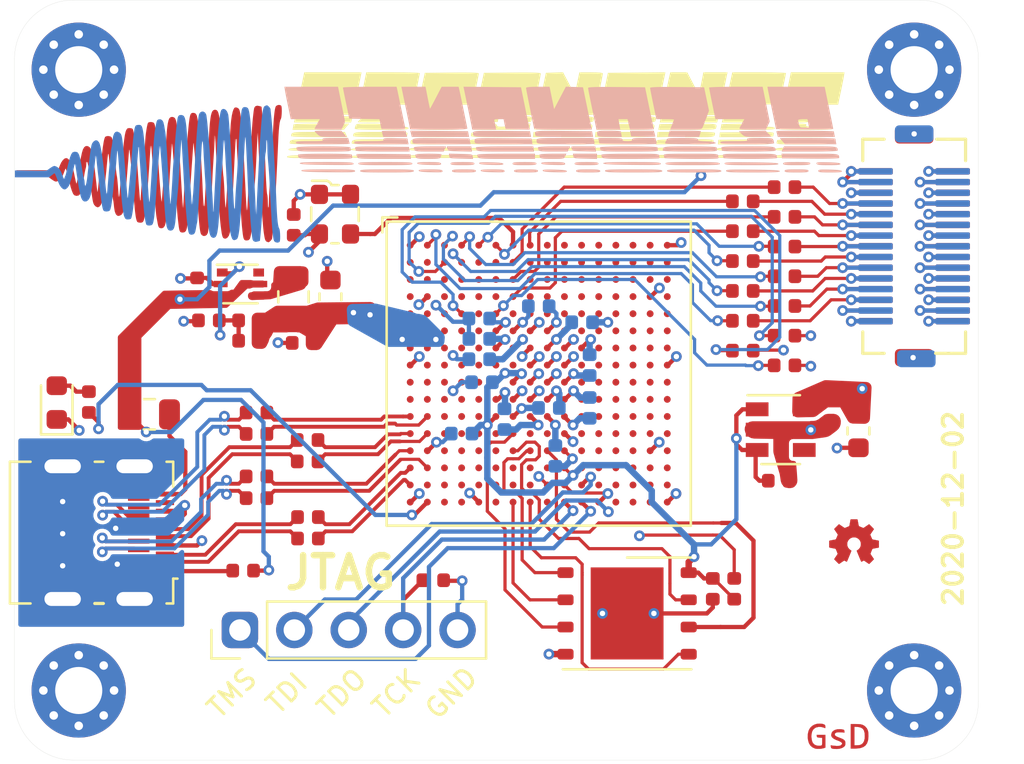
<source format=kicad_pcb>
(kicad_pcb (version 20201116) (generator pcbnew)
  (layers (0 "F.Cu" signal) (1 "In1.Cu" jumper) (2 "In2.Cu" signal) (31 "B.Cu" signal) (34 "B.Paste" user) (35 "F.Paste" user) (36 "B.SilkS" user "B.Silkscreen") (37 "F.SilkS" user "F.Silkscreen") (38 "B.Mask" user) (39 "F.Mask" user) (44 "Edge.Cuts" user))
  (net 0 "")
  (net 1 "/Connectors/ECG_VCM")
  (net 2 "/Connectors/GPIO1")
  (net 3 "/Connectors/GPIO5")
  (net 4 "/Connectors/SCL_3V3")
  (net 5 "GND")
  (net 6 "/Connectors/PMIC_nEN")
  (net 7 "/Connectors/PMIC_GPIO")
  (net 8 "/Connectors/GPIO3")
  (net 9 "/Connectors/GPIO2")
  (net 10 "/Connectors/SPI_SS0")
  (net 11 "/Connectors/SPI_COPI")
  (net 12 "/Connectors/SPI_CIPO")
  (net 13 "/Connectors/BAT+")
  (net 14 "/Connectors/ECG_P")
  (net 15 "/Connectors/ECG_N")
  (net 16 "/Connectors/SPI_SCK")
  (net 17 "/Connectors/SPI_GPIO4")
  (net 18 "/Connectors/SDA_3V3")
  (net 19 "/Connectors/LED_DAT")
  (net 20 "/Connectors/LED_CLK")
  (net 21 "/Connectors/SCL_1V8")
  (net 22 "/Connectors/SDA_1V8")
  (net 23 "/Connectors/MAX30101_INT")
  (net 24 "/Connectors/1V8")
  (net 25 "Net-(J3-Pad18)")
  (net 26 "Net-(J3-Pad16)")
  (net 27 "Net-(U2-PadK5)")
  (net 28 "Net-(U2-PadK4)")
  (net 29 "/fpga/TCK")
  (net 30 "+5V")
  (net 31 "Net-(C13-Pad2)")
  (net 32 "Net-(D1-Pad2)")
  (net 33 "Net-(J3-Pad2)")
  (net 34 "Net-(J3-Pad19)")
  (net 35 "Net-(J3-Pad17)")
  (net 36 "Net-(J3-Pad15)")
  (net 37 "/fpga/TDO")
  (net 38 "Net-(U2-PadP4)")
  (net 39 "Net-(U2-PadR3)")
  (net 40 "/fpga/TDI")
  (net 41 "+1V1")
  (net 42 "+3V3")
  (net 43 "Net-(J3-Pad1)")
  (net 44 "/fpga/TMS")
  (net 45 "/fpga/D2-")
  (net 46 "_PMIC_nEN")
  (net 47 "/fpga/_D2-")
  (net 48 "/fpga/D1-")
  (net 49 "/fpga/_D1-")
  (net 50 "/fpga/D0-")
  (net 51 "/fpga/_D0-")
  (net 52 "/fpga/CK-")
  (net 53 "/fpga/_CK-")
  (net 54 "/fpga/_D2+")
  (net 55 "_PMIC_GPIO")
  (net 56 "_GPIO3")
  (net 57 "Net-(L1-Pad1)")
  (net 58 "_GPIO2")
  (net 59 "_SPI_SS0")
  (net 60 "+2V5")
  (net 61 "Net-(U2-PadT9)")
  (net 62 "Net-(U2-PadR9)")
  (net 63 "Net-(U2-PadP9)")
  (net 64 "/fpga/D2+")
  (net 65 "Net-(U2-PadM9)")
  (net 66 "/fpga/_D1+")
  (net 67 "Net-(U2-PadR8)")
  (net 68 "Net-(U2-PadP8)")
  (net 69 "/fpga/D1+")
  (net 70 "Net-(U2-PadM8)")
  (net 71 "/fpga/_D0+")
  (net 72 "Net-(U2-PadR7)")
  (net 73 "Net-(U2-PadP7)")
  (net 74 "/fpga/D0+")
  (net 75 "/fpga/_CK+")
  (net 76 "Net-(U3-Pad6)")
  (net 77 "Net-(U2-PadE7)")
  (net 78 "Net-(U2-PadA7)")
  (net 79 "Net-(U2-PadT6)")
  (net 80 "Net-(U2-PadR6)")
  (net 81 "Net-(U2-PadP6)")
  (net 82 "Net-(U2-PadN6)")
  (net 83 "Net-(U2-PadM6)")
  (net 84 "Net-(U2-PadD6)")
  (net 85 "Net-(U2-PadC6)")
  (net 86 "Net-(U2-PadB6)")
  (net 87 "Net-(U2-PadR5)")
  (net 88 "Net-(U2-PadP5)")
  (net 89 "Net-(U2-PadN5)")
  (net 90 "Net-(U2-PadM5)")
  (net 91 "Net-(U2-PadL5)")
  (net 92 "/fpga/CK+")
  (net 93 "_SPI_COPI")
  (net 94 "_SPI_CIPO")
  (net 95 "_SPI_SCK")
  (net 96 "_SPI_GPIO4")
  (net 97 "_SDA_3V3")
  (net 98 "Net-(U2-PadT4)")
  (net 99 "Net-(U2-PadR4)")
  (net 100 "Net-(U2-PadN4)")
  (net 101 "Net-(U2-PadM4)")
  (net 102 "Net-(U2-PadL4)")
  (net 103 "_GPIO1")
  (net 104 "_GPIO5")
  (net 105 "_SCL_3V3")
  (net 106 "Net-(U2-PadT3)")
  (net 107 "Net-(U2-PadP3)")
  (net 108 "Net-(U2-PadN3)")
  (net 109 "Net-(U2-PadM3)")
  (net 110 "Net-(U2-PadL3)")
  (net 111 "Net-(U2-PadT2)")
  (net 112 "Net-(U2-PadR2)")
  (net 113 "/fpga/CFG_IO3")
  (net 114 "/fpga/CFG_CLK")
  (net 115 "/fpga/CFG_IO0")
  (net 116 "/fpga/CFG_IO2")
  (net 117 "/fpga/CFG_IO1")
  (net 118 "/fpga/CFG_CS")
  (net 119 "Net-(U4-Pad4)")
  (net 120 "Net-(U2-PadB5)")
  (net 121 "Net-(U2-PadC4)")
  (net 122 "Net-(U2-PadC5)")
  (net 123 "Net-(U2-PadD4)")
  (net 124 "Net-(U2-PadD5)")
  (net 125 "Net-(U2-PadE5)")
  (footprint "MountingHole:MountingHole_2.2mm_M2_Pad_Via" (layer "F.Cu") (at 130 80)
    (fp_text reference "H4" hide)
    (fp_text value "ECG_VCM" hide)
  )
  (footprint "MountingHole:MountingHole_2.2mm_M2_Pad_Via" (layer "F.Cu") (at 169 109)
    (fp_text reference "H3" hide)
    (fp_text value "MountingHole_Pad" hide)
  )
  (footprint "MountingHole:MountingHole_2.2mm_M2_Pad_Via" (layer "F.Cu") (at 169 80)
    (fp_text reference "H1" hide)
    (fp_text value "ECG_VCM" hide)
  )
  (footprint "MountingHole:MountingHole_2.2mm_M2_Pad_Via" (layer "F.Cu") (at 130 109)
    (fp_text reference "H2" hide)
    (fp_text value "MountingHole_Pad" hide)
  )
  (footprint "Resistor_SMD:R_0402_1005Metric" (layer "F.Cu") (at 161 91.73 180)
    (fp_text reference "R15" hide)
    (fp_text value "100R" hide)
  )
  (footprint "Resistor_SMD:R_0402_1005Metric" (layer "F.Cu") (at 160.6 104.25 -90)
    (fp_text reference "R19" hide)
    (fp_text value "2k" hide)
  )
  (footprint "Connector_PinHeader_2.54mm:PinHeader_1x05_P2.54mm_Vertical" (layer "F.Cu") (at 137.525 106.175 90)
    (fp_text reference "J4" hide)
    (fp_text value "Conn_01x05_Male" hide)
  )
  (footprint "Resistor_SMD:R_0402_1005Metric" (layer "F.Cu") (at 161 86.15 180)
    (fp_text reference "R7" hide)
    (fp_text value "100R" hide)
  )
  (footprint "Capacitor_SMD:C_0402_1005Metric" (layer "F.Cu") (at 165.175 95.95 -90)
    (fp_text reference "C12" hide)
    (fp_text value "1uF" hide)
  )
  (footprint "Capacitor_SMD:C_0402_1005Metric" (layer "F.Cu") (at 135.525 90.2125 90)
    (fp_text reference "C9" hide)
    (fp_text value "4.7uF" hide)
  )
  (footprint "Resistor_SMD:R_0402_1005Metric" (layer "F.Cu") (at 161 93.125 180)
    (fp_text reference "R17" hide)
    (fp_text value "100R" hide)
  )
  (footprint "Resistor_SMD:R_0402_1005Metric" (layer "F.Cu") (at 146.55 103.85 180)
    (fp_text reference "R5" hide)
    (fp_text value "2k" hide)
  )
  (footprint "Connector_HDMI:HDMI_Micro-D_Molex_46765-1x01" (layer "F.Cu") (at 129.25 101.625 -90)
    (fp_text reference "J3" hide)
    (fp_text value "HDMI_D_1.4" hide)
  )
  (footprint "Capacitor_SMD:C_0402_1005Metric" (layer "F.Cu") (at 138.3 100.015 180)
    (fp_text reference "C6" hide)
    (fp_text value "0.1uF" hide)
  )
  (footprint "Capacitor_SMD:C_0402_1005Metric" (layer "F.Cu") (at 140.7 100.9)
    (fp_text reference "C1" hide)
    (fp_text value "0.1uF" hide)
  )
  (footprint "Resistor_SMD:R_0402_1005Metric" (layer "F.Cu") (at 137.675 103.4)
    (fp_text reference "R4" hide)
    (fp_text value "1k" hide)
  )
  (footprint "Resistor_SMD:R_0402_1005Metric" (layer "F.Cu") (at 162.95 85.4875 180)
    (fp_text reference "R6" hide)
    (fp_text value "100R" hide)
  )
  (footprint "Capacitor_SMD:C_0603_1608Metric" (layer "F.Cu") (at 166.4 96.875 -90)
    (fp_text reference "C11" hide)
    (fp_text value "10uF" hide)
  )
  (footprint "gkl_logos:oshw_small" (layer "F.Cu") (at 166.2 102.075)
    (fp_text reference "LOGO2" hide)
    (fp_text value "Logo_Open_Hardware_Small" hide)
  )
  (footprint "Capacitor_SMD:C_0402_1005Metric" (layer "F.Cu") (at 140.45 92.7625 180)
    (fp_text reference "C15" hide)
    (fp_text value "1uF" hide)
  )
  (footprint "Resistor_SMD:R_0402_1005Metric" (layer "F.Cu") (at 162.95 89.65 180)
    (fp_text reference "R12" hide)
    (fp_text value "100R" hide)
  )
  (footprint "gkl_logos:gsd_logo_small" (layer "F.Cu") (at 165.45 111.225)
    (fp_text reference "LOGO1" hide)
    (fp_text value "Q_NMOS_GSD" hide)
  )
  (footprint "LOGO" (layer "F.Cu") (at 136.6 85.125)
    (fp_text reference "G***" hide)
    (fp_text value "LOGO" hide)
  )
  (footprint "Resistor_SMD:R_0402_1005Metric" (layer "F.Cu") (at 161 90.335 180)
    (fp_text reference "R13" hide)
    (fp_text value "100R" hide)
  )
  (footprint "Capacitor_SMD:C_0402_1005Metric" (layer "F.Cu") (at 138.3 99)
    (fp_text reference "C2" hide)
    (fp_text value "0.1uF" hide)
  )
  (footprint "Capacitor_SMD:C_0402_1005Metric" (layer "F.Cu") (at 138.3 97.015 180)
    (fp_text reference "C8" hide)
    (fp_text value "0.1uF" hide)
  )
  (footprint "Oscillator:Oscillator_SMD_ECS_2520MV-xxx-xx-4Pin_2.5x2.0mm" (layer "F.Cu") (at 141.9625 86.75)
    (fp_text reference "X1" hide)
    (fp_text value "ECS-2520MV-xxx-xx" hide)
  )
  (footprint "Capacitor_SMD:C_0402_1005Metric" (layer "F.Cu") (at 138.3 96.015)
    (fp_text reference "C4" hide)
    (fp_text value "0.1uF" hide)
  )
  (footprint "Capacitor_SMD:C_0402_1005Metric" (layer "F.Cu") (at 159.6 104.25 -90)
    (fp_text reference "C28" hide)
    (fp_text value "0.1uF" hide)
  )
  (footprint "Package_TO_SOT_SMD:SOT-666" (layer "F.Cu") (at 137.55 90.0125)
    (fp_text reference "U3" hide)
    (fp_text value "TLV62569DRL" hide)
  )
  (footprint "Fuse:Fuse_0805_2012Metric" (layer "F.Cu") (at 133.3 96.1)
    (fp_text reference "F1" hide)
    (fp_text value "50mA" hide)
  )
  (footprint "Resistor_SMD:R_0402_1005Metric" (layer "F.Cu") (at 162.95 92.425 180)
    (fp_text reference "R16" hide)
    (fp_text value "100R" hide)
  )
  (footprint "LOGO" (layer "F.Cu") (at 136.6 85.125)
    (fp_text reference "G***" hide)
    (fp_text value "LOGO" hide)
  )
  (footprint "Resistor_SMD:R_0402_1005Metric" (layer "F.Cu") (at 161 87.545 180)
    (fp_text reference "R9" hide)
    (fp_text value "100R" hide)
  )
  (footprint "Resistor_SMD:R_0402_1005Metric" (layer "F.Cu") (at 130.475 95.525 90)
    (fp_text reference "R3" hide)
    (fp_text value "2k" hide)
  )
  (footprint "LOGO" (layer "F.Cu") (at 152.725 82.125)
    (fp_text reference "G***" hide)
    (fp_text value "LOGO" hide)
  )
  (footprint "LED_SMD:LED_0603_1608Metric" (layer "F.Cu") (at 128.975 95.55 90)
    (fp_text reference "D1" hide)
    (fp_text value "YELLOW" hide)
  )
  (footprint "Inductor_SMD:L_0805_2012Metric" (layer "F.Cu") (at 140.025 90.6125 -90)
    (fp_text reference "L1" hide)
    (fp_text value "2.2uH" hide)
  )
  (footprint "Package_TO_SOT_SMD:SOT-23-5" (layer "F.Cu") (at 162.77 96.815)
    (fp_text reference "U4" hide)
    (fp_text value "AP2127K-2.5" hide)
  )
  (footprint "Resistor_SMD:R_0402_1005Metric" (layer "F.Cu") (at 162.95 91.0375 180)
    (fp_text reference "R14" hide)
    (fp_text value "100R" hide)
  )
  (footprint "Resistor_SMD:R_0402_1005Metric" (layer "F.Cu") (at 161 88.94 180)
    (fp_text reference "R11" hide)
    (fp_text value "100R" hide)
  )
  (footprint "Resistor_SMD:R_0402_1005Metric" (layer "F.Cu") (at 137.95 92.6625)
    (fp_text reference "R1" hide)
    (fp_text value "84k5" hide)
  )
  (footprint "Capacitor_SMD:C_0603_1608Metric" (layer "F.Cu") (at 141.75 90.6125 90)
    (fp_text reference "C14" hide)
    (fp_text value "10uF" hide)
  )
  (footprint "Capacitor_SMD:C_0402_1005Metric" (layer "F.Cu") (at 162.675 99.2)
    (fp_text reference "C10" hide)
    (fp_text value "4.7uF" hide)
  )
  (footprint "Resistor_SMD:R_0402_1005Metric" (layer "F.Cu") (at 162.95 93.8125 180)
    (fp_text reference "R18" hide)
    (fp_text value "100R" hide)
  )
  (footprint "Resistor_SMD:R_0402_1005Metric" (layer "F.Cu") (at 162.95 86.875 180)
    (fp_text reference "R8" hide)
    (fp_text value "100R" hide)
  )
  (footprint "Resistor_SMD:R_0402_1005Metric" (layer "F.Cu") (at 136.075 91.7125)
    (fp_text reference "R2" hide)
    (fp_text value "100k" hide)
  )
  (footprint "gsd-footprints:10132798-30" (layer "F.Cu") (at 169 88.25 -90)
    (fp_text reference "J2" hide)
    (fp_text value "Conn_02x15_Top_Bottom_MountingPin" hide)
  )
  (footprint "Capacitor_SMD:C_0402_1005Metric" (layer "F.Cu") (at 140.0375 87.25 -90)
    (fp_text reference "C29" hide)
    (fp_text value "0.1uF" hide)
  )
  (footprint "Capacitor_SMD:C_0402_1005Metric" (layer "F.Cu") (at 140.7 101.9 180)
    (fp_text reference "C5" hide)
    (fp_text value "0.1uF" hide)
  )
  (footprint "Package_SON:WSON-8-1EP_6x5mm_P1.27mm_EP3.4x4.3mm" (layer "F.Cu") (at 155.6 105.4)
    (fp_text reference "U1" hide)
    (fp_text value "W25Q32JVZP" hide)
  )
  (footprint "Capacitor_SMD:C_0402_1005Metric" (layer "F.Cu") (at 137.95 91.7125 180)
    (fp_text reference "C13" hide)
    (fp_text value "6.8pF" hide)
  )
  (footprint "Capacitor_SMD:C_0402_1005Metric" (layer "F.Cu") (at 140.685 98.3 180)
    (fp_text reference "C7" hide)
    (fp_text value "0.1uF" hide)
  )
  (footprint "Capacitor_SMD:C_0402_1005Metric" (layer "F.Cu") (at 140.685 97.3)
    (fp_text reference "C3" hide)
    (fp_text value "0.1uF" hide)
  )
  (footprint "Package_BGA:BGA-256_14.0x14.0mm_Layout16x16_P0.8mm_Ball0.45mm_Pad0.32mm_NSMD" (layer "F.Cu") (at 151.475 94.2)
    (fp_text reference "U2" hide)
    (fp_text value "ECP5U-12-CABGA256" hide)
  )
  (footprint "Resistor_SMD:R_0402_1005Metric" (layer "F.Cu") (at 162.95 88.2625 180)
    (fp_text reference "R10" hide)
    (fp_text value "100R" hide)
  )
  (footprint "Capacitor_SMD:C_0402_1005Metric" (layer "B.Cu") (at 151.475 91.05)
    (fp_text reference "C18" hide)
    (fp_text value "0.1uF" hide)
  )
  (footprint "LOGO" (layer "B.Cu") (at 136.525 84.6)
    (fp_text reference "G***" hide)
    (fp_text value "LOGO" hide)
  )
  (footprint "Capacitor_SMD:C_0402_1005Metric" (layer "B.Cu") (at 153.85 95.8 90)
    (fp_text reference "C22" hide)
    (fp_text value "0.1uF" hide)
  )
  (footprint "Capacitor_SMD:C_0402_1005Metric" (layer "B.Cu") (at 148.7 92.575 180)
    (fp_text reference "C26" hide)
    (fp_text value "0.1uF" hide)
  )
  (footprint "Capacitor_SMD:C_0402_1005Metric" (layer "B.Cu") (at 148.7 91.625 180)
    (fp_text reference "C19" hide)
    (fp_text value "0.1uF" hide)
  )
  (footprint "Capacitor_SMD:C_0402_1005Metric" (layer "B.Cu") (at 151.95 95.8)
    (fp_text reference "C20" hide)
    (fp_text value "0.1uF" hide)
  )
  (footprint "LOGO" (layer "B.Cu") (at 152.625 82.8 180)
    (fp_text reference "G***" hide)
    (fp_text value "LOGO" hide)
  )
  (footprint "Capacitor_SMD:C_0402_1005Metric" (layer "B.Cu") (at 148.825 94.6 180)
    (fp_text reference "C16" hide)
    (fp_text value "0.1uF" hide)
  )
  (footprint "LOGO" (layer "B.Cu") (at 136.525 84.6)
    (fp_text reference "G***" hide)
    (fp_text value "LOGO" hide)
  )
  (footprint "Capacitor_SMD:C_0402_1005Metric" (layer "B.Cu") (at 153.5 91.8)
    (fp_text reference "C27" hide)
    (fp_text value "0.1uF" hide)
  )
  (footprint "Capacitor_SMD:C_0402_1005Metric" (layer "B.Cu") (at 149.875 96.325 90)
    (fp_text reference "C23" hide)
    (fp_text value "0.1uF" hide)
  )
  (footprint "Capacitor_SMD:C_0402_1005Metric" (layer "B.Cu") (at 148.7 93.525 180)
    (fp_text reference "C24" hide)
    (fp_text value "0.1uF" hide)
  )
  (footprint "Capacitor_SMD:C_0402_1005Metric" (layer "B.Cu") (at 147.875 97 180)
    (fp_text reference "C17" hide)
    (fp_text value "0.1uF" hide)
  )
  (footprint "gsd-footprints:10132797-035100LF" (layer "B.Cu") (at 173.9 82.25 -90)
    (fp_text reference "J1" hide)
    (fp_text value "Conn_02x15_Top_Bottom_MountingPin" hide)
  )
  (footprint "Capacitor_SMD:C_0402_1005Metric" (layer "B.Cu") (at 152.25 98.04 -90)
    (fp_text reference "C25" hide)
    (fp_text value "0.1uF" hide)
  )
  (footprint "Capacitor_SMD:C_0402_1005Metric" (layer "B.Cu") (at 153.85 93.8 -90)
    (fp_text reference "C21" hide)
    (fp_text value "0.1uF" hide)
  )
  (gr_line (start 129.75 76.75) (end 169.25 76.75) (layer "Edge.Cuts") (width 0.01))
  (gr_arc (start 169.25 109.5) (end 169.25 112.25) (angle -90) (layer "Edge.Cuts") (width 0.01))
  (gr_arc (start 169.25 79.5) (end 172 79.5) (angle -90) (layer "Edge.Cuts") (width 0.01))
  (gr_arc (start 129.75 79.5) (end 129.75 76.75) (angle -90) (layer "Edge.Cuts") (width 0.01))
  (gr_line (start 127 109.5) (end 127 79.5) (layer "Edge.Cuts") (width 0.01))
  (gr_line (start 172 79.5) (end 172 109.5) (layer "Edge.Cuts") (width 0.01))
  (gr_arc (start 129.75 109.5) (end 127 109.5) (angle -90) (layer "Edge.Cuts") (width 0.01))
  (gr_line (start 129.75 112.25) (end 169.25 112.25) (layer "Edge.Cuts") (width 0.01))
  (gr_text "TDI" (at 139.715869 109.124999 45) (layer "F.SilkS") (effects (font (size 0.9 0.9) (thickness 0.14))))
  (gr_text "TCK" (at 144.834131 109.124999 45) (layer "F.SilkS") (effects (font (size 0.9 0.9) (thickness 0.14))))
  (gr_text "JTAG" (at 142.225 103.5) (layer "F.SilkS") (effects (font (size 1.5 1.5) (thickness 0.3))))
  (gr_text "TMS" (at 137.156738 109.125 45) (layer "F.SilkS") (effects (font (size 0.9 0.9) (thickness 0.14))))
  (gr_text "2020-12-02" (at 170.825 100.5 90) (layer "F.SilkS") (effects (font (size 0.9 0.9) (thickness 0.18))))
  (gr_text "TDO" (at 142.275 109.125 45) (layer "F.SilkS") (effects (font (size 0.9 0.9) (thickness 0.14))))
  (gr_text "GND" (at 147.393262 109.125 45) (layer "F.SilkS") (effects (font (size 0.9 0.9) (thickness 0.14))))
  (segment (start 167.1875 91.75) (end 166.0625 91.75) (width 0.2) (layer "F.Cu") (net 1))
  (via (at 166.0625 91.75) (size 0.5) (drill 0.25) (layers "F.Cu" "B.Cu") (net 1))
  (segment (start 167.1875 91.75) (end 166.0625 91.75) (width 0.2) (layer "B.Cu") (net 1))
  (segment (start 163.435 92.425) (end 164.175 92.425) (width 0.15) (layer "F.Cu") (net 2))
  (segment (start 170.8 89.25) (end 169.275 89.25) (width 0.2) (layer "F.Cu") (net 2))
  (via (at 164.175 92.425) (size 0.5) (drill 0.25) (layers "F.Cu" "B.Cu") (net 2))
  (via (at 169.275 89.25) (size 0.5) (drill 0.25) (layers "F.Cu" "B.Cu") (net 2))
  (segment (start 170.8 89.25) (end 169.275 89.25) (width 0.2) (layer "B.Cu") (net 2))
  (segment (start 162.9 93.1) (end 161.51 93.1) (width 0.15) (layer "F.Cu") (net 3))
  (segment (start 161.51 93.1) (end 161.485 93.125) (width 0.15) (layer "F.Cu") (net 3))
  (segment (start 170.8 89.75) (end 169.675 89.75) (width 0.2) (layer "F.Cu") (net 3))
  (via (at 162.9 93.1) (size 0.5) (drill 0.25) (layers "F.Cu" "B.Cu") (net 3))
  (via (at 169.675 89.75) (size 0.5) (drill 0.25) (layers "F.Cu" "B.Cu") (net 3))
  (segment (start 170.8 89.75) (end 169.675 89.75) (width 0.2) (layer "B.Cu") (net 3))
  (segment (start 170.8 90.25) (end 169.275 90.25) (width 0.2) (layer "F.Cu") (net 4))
  (segment (start 163.435 93.8125) (end 164.1375 93.8125) (width 0.15) (layer "F.Cu") (net 4))
  (segment (start 164.1375 93.8125) (end 164.175 93.85) (width 0.15) (layer "F.Cu") (net 4))
  (via (at 169.275 90.25) (size 0.5) (drill 0.25) (layers "F.Cu" "B.Cu") (net 4))
  (via (at 164.175 93.85) (size 0.5) (drill 0.25) (layers "F.Cu" "B.Cu") (net 4))
  (segment (start 170.8 90.25) (end 169.275 90.25) (width 0.2) (layer "B.Cu") (net 4))
  (segment (start 154.675 99.775) (end 154.7 99.8) (width 0.15) (layer "F.Cu") (net 5))
  (segment (start 131.925 101.625) (end 131.725 101.425) (width 0.2) (layer "F.Cu") (net 5))
  (segment (start 135.615 91.7125) (end 135.5775 91.75) (width 0.2) (layer "F.Cu") (net 5))
  (segment (start 161.67 96.815) (end 161.68 96.825) (width 0.2) (layer "F.Cu") (net 5))
  (segment (start 149.575 95.4) (end 149.475 95.4) (width 0.2) (layer "F.Cu") (net 5))
  (segment (start 158.125 88.075) (end 158 88.2) (width 0.2) (layer "F.Cu") (net 5))
  (segment (start 135.9775 89.7275) (end 136.2625 90.0125) (width 0.2) (layer "F.Cu") (net 5))
  (segment (start 134.75 89.75) (end 135.6275 89.75) (width 0.2) (layer "F.Cu") (net 5))
  (segment (start 145.875 90.975) (end 145.9 90.975) (width 0.2) (layer "F.Cu") (net 5))
  (segment (start 151.9 94.6) (end 152.3 94.2) (width 0.2) (layer "F.Cu") (net 5))
  (segment (start 145.475 93.8) (end 145.5 93.8) (width 0.2) (layer "F.Cu") (net 5))
  (segment (start 162.825 98.225) (end 162.825 96.825) (width 0.2) (layer "F.Cu") (net 5))
  (segment (start 151.075 94.6) (end 151.475 94.2) (width 0.2) (layer "F.Cu") (net 5))
  (segment (start 146.3 97.8) (end 146.7 97.4) (width 0.2) (layer "F.Cu") (net 5))
  (segment (start 140.5525 87.735) (end 140.6125 87.675) (width 0.2) (layer "F.Cu") (net 5))
  (segment (start 165.4125 97.662501) (end 165.4 97.675) (width 0.2) (layer "F.Cu") (net 5))
  (segment (start 163.16 98.56) (end 162.825 98.225) (width 0.2) (layer "F.Cu") (net 5))
  (segment (start 150.7 93.375) (end 151.075 93) (width 0.2) (layer "F.Cu") (net 5))
  (segment (start 135.525 102.225) (end 135.75 102) (width 0.2) (layer "F.Cu") (net 5))
  (segment (start 161.68 96.825) (end 162.825 96.825) (width 0.2) (layer "F.Cu") (net 5))
  (segment (start 170.8 90.75) (end 169.675 90.75) (width 0.2) (layer "F.Cu") (net 5))
  (segment (start 152.7 93.8) (end 153.1 93.4) (width 0.2) (layer "F.Cu") (net 5))
  (segment (start 167.1875 85.75) (end 166.0625 85.75) (width 0.2) (layer "F.Cu") (net 5))
  (segment (start 170.8 86.25) (end 169.275 86.25) (width 0.2) (layer "F.Cu") (net 5))
  (segment (start 135.5775 91.75) (end 134.9 91.75) (width 0.2) (layer "F.Cu") (net 5))
  (segment (start 159.6 105.125) (end 159.325 105.4) (width 0.2) (layer "F.Cu") (net 5))
  (segment (start 154.275 100.2) (end 154.3 100.2) (width 0.2) (layer "F.Cu") (net 5))
  (segment (start 166.4 97.662501) (end 165.4125 97.662501) (width 0.2) (layer "F.Cu") (net 5))
  (segment (start 145.475 88.2) (end 145.5 88.2) (width 0.2) (layer "F.Cu") (net 5))
  (segment (start 149.9 95.075) (end 149.575 95.4) (width 0.2) (layer "F.Cu") (net 5))
  (segment (start 167.1875 91.25) (end 165.6625 91.25) (width 0.2) (layer "F.Cu") (net 5))
  (segment (start 157.475 93.8) (end 157.5 93.8) (width 0.2) (layer "F.Cu") (net 5))
  (segment (start 151.075 92.2) (end 151.1 92.2) (width 0.2) (layer "F.Cu") (net 5))
  (segment (start 151.05 94.6) (end 151.075 94.6) (width 0.2) (layer "F.Cu") (net 5))
  (segment (start 151.1 92.2) (end 151.5 91.8) (width 0.2) (layer "F.Cu") (net 5))
  (segment (start 141.2375 88.0125) (end 141.2375 87.675) (width 0.2) (layer "F.Cu") (net 5))
  (segment (start 159.325 105.4) (end 156.85 105.4) (width 0.2) (layer "F.Cu") (net 5))
  (segment (start 152.7 95.4) (end 153.1 95) (width 0.2) (layer "F.Cu") (net 5))
  (segment (start 128.975 96.3375) (end 129.5125 96.3375) (width 0.2) (layer "F.Cu") (net 5))
  (segment (start 140.725 88.525) (end 141.2375 88.0125) (width 0.2) (layer "F.Cu") (net 5))
  (segment (start 165.175 96.435) (end 164.785 96.825) (width 0.2) (layer "F.Cu") (net 5))
  (segment (start 135.65 89.7275) (end 135.9775 89.7275) (width 0.2) (layer "F.Cu") (net 5))
  (segment (start 145.5 93.8) (end 145.9 93.4) (width 0.2) (layer "F.Cu") (net 5))
  (segment (start 146.275 97.8) (end 146.3 97.8) (width 0.2) (layer "F.Cu") (net 5))
  (segment (start 151.875 95.4) (end 151.9 95.4) (width 0.2) (layer "F.Cu") (net 5))
  (segment (start 158 88.2) (end 157.475 88.2) (width 0.2) (layer "F.Cu") (net 5))
  (segment (start 150.7 93.4) (end 150.7 93.375) (width 0.2) (layer "F.Cu") (net 5))
  (segment (start 157.5 93.8) (end 157.9 93.4) (width 0.2) (layer "F.Cu") (net 5))
  (segment (start 151.1 95.4) (end 151.5 95) (width 0.2) (layer "F.Cu") (net 5))
  (segment (start 152.675 97.8) (end 153.05 98.175) (width 0.15) (layer "F.Cu") (net 5))
  (segment (start 145.475 100.2) (end 145.5 100.2) (width 0.2) (layer "F.Cu") (net 5))
  (segment (start 151.875 93.8) (end 151.9 93.8) (width 0.2) (layer "F.Cu") (net 5))
  (segment (start 152.7 93) (end 153.1 92.6) (width 0.2) (layer "F.Cu") (net 5))
  (segment (start 134.025 102.225) (end 135.525 102.225) (width 0.2) (layer "F.Cu") (net 5))
  (segment (start 139.3125 92.7625) (end 139.3 92.75) (width 0.2) (layer "F.Cu") (net 5))
  (segment (start 152.675 94.6) (end 152.7 94.6) (width 0.2) (layer "F.Cu") (net 5))
  (segment (start 156.675 97.8) (end 156.7 97.8) (width 0.2) (layer "F.Cu") (net 5))
  (segment (start 139.965 92.7625) (end 139.3125 92.7625) (width 0.2) (layer "F.Cu") (net 5))
  (segment (start 151.875 94.6) (end 151.9 94.6) (width 0.2) (layer "F.Cu") (net 5))
  (segment (start 152.675 93) (end 152.7 93) (width 0.2) (layer "F.Cu") (net 5))
  (segment (start 140.6125 87.675) (end 141.2375 87.675) (width 0.2) (layer "F.Cu") (net 5))
  (segment (start 152.7 94.6) (end 153.1 94.2) (width 0.2) (layer "F.Cu") (net 5))
  (segment (start 134.025 101.025) (end 134.675 101.025) (width 0.2) (layer "F.Cu") (net 5))
  (segment (start 156.683033 90.598744) (end 156.708033 90.598744) (width 0.2) (layer "F.Cu") (net 5))
  (segment (start 156.7 97.8) (end 157.1 97.4) (width 0.2) (layer "F.Cu") (net 5))
  (segment (start 152.675 93.8) (end 152.7 93.8) (width 0.2) (layer "F.Cu") (net 5))
  (segment (start 145.5 88.2) (end 145.9 87.8) (width 0.2) (layer "F.Cu") (net 5))
  (segment (start 150.3 95.4) (end 150.7 95) (width 0.2) (layer "F.Cu") (net 5))
  (segment (start 151.9 95.4) (end 152.3 95) (width 0.2) (layer "F.Cu") (net 5))
  (segment (start 147.035 103.85) (end 147.06 103.875) (width 0.2) (layer "F.Cu") (net 5))
  (segment (start 151.075 93.8) (end 151.1 93.8) (width 0.2) (layer "F.Cu") (net 5))
  (segment (start 163.16 99.2) (end 163.16 98.56) (width 0.2) (layer "F.Cu") (net 5))
  (segment (start 151.9 93.8) (end 152.3 93.4) (width 0.2) (layer "F.Cu") (net 5))
  (segment (start 150.275 95.4) (end 150.3 95.4) (width 0.2) (layer "F.Cu") (net 5))
  (segment (start 132.8 102.825) (end 132.075 102.825) (width 0.2) (layer "F.Cu") (net 5))
  (segment (start 164.785 96.825) (end 164.175 96.825) (width 0.2) (layer "F.Cu") (net 5))
  (segment (start 145.9 90.975) (end 146.275 90.6) (width 0.2) (layer "F.Cu") (net 5))
  (segment (start 141.6 89.825) (end 141.6 88.95) (width 0.2) (layer "F.Cu") (net 5))
  (segment (start 152.725 107.305) (end 152.72 107.3) (width 0.3) (layer "F.Cu") (net 5))
  (segment (start 153.05 99.775) (end 154.675 99.775) (width 0.15) (layer "F.Cu") (net 5))
  (segment (start 129.5125 96.3375) (end 130.025 96.85) (width 0.2) (layer "F.Cu") (net 5))
  (segment (start 151.1 93.8) (end 151.5 93.4) (width 0.2) (layer "F.Cu") (net 5))
  (segment (start 132.075 102.825) (end 131.8 103.1) (width 0.2) (layer "F.Cu") (net 5))
  (segment (start 134.95 100.75) (end 134.95 100.35) (width 0.2) (layer "F.Cu") (net 5))
  (segment (start 156.708033 90.598744) (end 157.108033 90.198744) (width 0.2) (layer "F.Cu") (net 5))
  (segment (start 157.483843 100.201973) (end 157.883843 99.801973) (width 0.2) (layer "F.Cu") (net 5))
  (segment (start 152.72 107.3) (end 151.95 107.3) (width 0.3) (layer "F.Cu") (net 5))
  (segment (start 135.6275 89.75) (end 135.65 89.7275) (width 0.2) (layer "F.Cu") (net 5))
  (segment (start 152.675 99.4) (end 153.05 99.775) (width 0.15) (layer "F.Cu") (net 5))
  (segment (start 140.0375 87.735) (end 140.5525 87.735) (width 0.2) (layer "F.Cu") (net 5))
  (segment (start 159.6 104.735) (end 159.6 105.125) (width 0.2) (layer "F.Cu") (net 5))
  (segment (start 154.3 100.2) (end 154.7 99.8) (width 0.2) (layer "F.Cu") (net 5))
  (segment (start 134.675 101.025) (end 134.95 100.75) (width 0.2) (layer "F.Cu") (net 5))
  (segment (start 147.06 103.875) (end 147.9 103.875) (width 0.2) (layer "F.Cu") (net 5))
  (segment (start 148.25 99.775) (end 148.675 100.2) (width 0.2) (layer "F.Cu") (net 5))
  (segment (start 145.5 100.2) (end 145.9 99.8) (width 0.2) (layer "F.Cu") (net 5))
  (segment (start 162.825 96.825) (end 164.175 96.825) (width 0.2) (layer "F.Cu") (net 5))
  (segment (start 151.9 92.2) (end 152.3 91.8) (width 0.2) (layer "F.Cu") (net 5))
  (segment (start 152.675 95.4) (end 152.7 95.4) (width 0.2) (layer "F.Cu") (net 5))
  (segment (start 151.875 92.2) (end 151.9 92.2) (width 0.2) (layer "F.Cu") (net 5))
  (segment (start 132.8 101.625) (end 131.925 101.625) (width 0.2) (layer "F.Cu") (net 5))
  (segment (start 151.075 95.4) (end 151.1 95.4) (width 0.2) (layer "F.Cu") (net 5))
  (segment (start 157.458843 100.201973) (end 157.483843 100.201973) (width 0.2) (layer "F.Cu") (net 5))
  (segment (start 136.2625 90.0125) (end 136.8 90.0125) (width 0.2) (layer "F.Cu") (net 5))
  (via (at 157.108033 90.198744) (size 0.5) (drill 0.25) (layers "F.Cu" "B.Cu") (net 5))
  (via (at 151.5 95) (size 0.5) (drill 0.25) (layers "F.Cu" "B.Cu") (net 5))
  (via (at 145.9 93.4) (size 0.5) (drill 0.25) (layers "F.Cu" "B.Cu") (net 5))
  (via (at 157.1 97.4) (size 0.5) (drill 0.25) (layers "F.Cu" "B.Cu") (net 5))
  (via (at 146.675 91) (size 0.5) (drill 0.25) (layers "F.Cu" "B.Cu") (net 5))
  (via (at 154.7 91.8) (size 0.5) (drill 0.25) (layers "F.Cu" "B.Cu") (net 5))
  (via (at 152.3 91.8) (size 0.5) (drill 0.25) (layers "F.Cu" "B.Cu") (net 5))
  (via (at 129.25 101.675) (size 0.5) (drill 0.25) (layers "F.Cu" "B.Cu") (net 5))
  (via (at 129.25 103.175) (size 0.5) (drill 0.25) (layers "F.Cu" "B.Cu") (net 5))
  (via (at 166.0625 85.75) (size 0.5) (drill 0.25) (layers "F.Cu" "B.Cu") (net 5))
  (via (at 151.5 93.4) (size 0.5) (drill 0.25) (layers "F.Cu" "B.Cu") (net 5))
  (via (at 151.95 107.3) (size 0.5) (drill 0.25) (layers "F.Cu" "B.Cu") (net 5))
  (via (at 147.9 103.875) (size 0.5) (drill 0.25) (layers "F.Cu" "B.Cu") (net 5))
  (via (at 157.9 93.4) (size 0.5) (drill 0.25) (layers "F.Cu" "B.Cu") (net 5))
  (via (at 129.25 100.175) (size 0.5) (drill 0.25) (layers "F.Cu" "B.Cu") (net 5))
  (via (at 153.1 94.2) (size 0.5) (drill 0.25) (layers "F.Cu" "B.Cu") (net 5))
  (via (at 151.5 91.8) (size 0.5) (drill 0.25) (layers "F.Cu" "B.Cu") (net 5))
  (via (at 130.025 96.85) (size 0.5) (drill 0.25) (layers "F.Cu" "B.Cu") (net 5))
  (via (at 152.3 95) (size 0.5) (drill 0.25) (layers "F.Cu" "B.Cu") (net 5))
  (via (at 140.725 88.525) (size 0.5) (drill 0.25) (layers "F.Cu" "B.Cu") (net 5))
  (via (at 141.6 88.95) (size 0.5) (drill 0.25) (layers "F.Cu" "B.Cu") (net 5))
  (via (at 169.275 86.25) (size 0.5) (drill 0.25) (layers "F.Cu" "B.Cu") (net 5))
  (via (at 158.125 88.075) (size 0.5) (drill 0.25) (layers "F.Cu" "B.Cu") (net 5))
  (via (at 154.7 99.8) (size 0.5) (drill 0.25) (layers "F.Cu" "B.Cu") (net 5))
  (via (at 134.75 89.75) (size 0.5) (drill 0.25) (layers "F.Cu" "B.Cu") (net 5))
  (via (at 145.875 90.975) (size 0.5) (drill 0.25) (layers "F.Cu" "B.Cu") (net 5))
  (via (at 145.9 99.8) (size 0.5) (drill 0.25) (layers "F.Cu" "B.Cu") (net 5))
  (via (at 154.45 105.4) (size 0.5) (drill 0.25) (layers "F.Cu" "B.Cu") (net 5))
  (via (at 149.9 95.075) (size 0.5) (drill 0.25) (layers "F.Cu" "B.Cu") (net 5))
  (via (at 139.3 92.75) (size 0.5) (drill 0.25) (layers "F.Cu" "B.Cu") (net 5))
  (via (at 152.3 93.4) (size 0.5) (drill 0.25) (layers "F.Cu" "B.Cu") (net 5))
  (via (at 134.9 91.75) (size 0.5) (drill 0.25) (layers "F.Cu" "B.Cu") (net 5))
  (via (at 134.95 100.35) (size 0.5) (drill 0.25) (layers "F.Cu" "B.Cu") (net 5))
  (via (at 147.475 93.35) (size 0.5) (drill 0.25) (layers "F.Cu" "B.Cu") (net 5))
  (via (at 151.475 94.2) (size 0.5) (drill 0.25) (layers "F.Cu" "B.Cu") (net 5))
  (via (at 148.25 99.775) (size 0.5) (drill 0.25) (layers "F.Cu" "B.Cu") (net 5))
  (via (at 165.4 97.675) (size 0.5) (drill 0.25) (layers "F.Cu" "B.Cu") (net 5))
  (via (at 169.675 90.75) (size 0.5) (drill 0.25) (layers "F.Cu" "B.Cu") (net 5))
  (via (at 146.7 97.4) (size 0.5) (drill 0.25) (layers "F.Cu" "B.Cu") (net 5))
  (via (at 131.8 103.1) (size 0.5) (drill 0.25) (layers "F.Cu" "B.Cu") (net 5))
  (via (at 150.7 95) (size 0.5) (drill 0.25) (layers "F.Cu" "B.Cu") (net 5))
  (via (at 135.75 102) (size 0.5) (drill 0.25) (layers "F.Cu" "B.Cu") (net 5))
  (via (at 131.725 101.425) (size 0.5) (drill 0.25) (layers "F.Cu" "B.Cu") (net 5))
  (via (at 164.175 96.825) (size 0.5) (drill 0.25) (layers "F.Cu" "B.Cu") (net 5))
  (via (at 150.7 93.4) (size 0.5) (drill 0.25) (layers "F.Cu" "B.Cu") (net 5))
  (via (at 153.1 95) (size 0.5) (drill 0.25) (layers "F.Cu" "B.Cu") (net 5))
  (via (at 152.3 94.2) (size 0.5) (drill 0.25) (layers "F.Cu" "B.Cu") (net 5))
  (via (at 153.1 93.4) (size 0.5) (drill 0.25) (layers "F.Cu" "B.Cu") (net 5))
  (via (at 153.05 98.175) (size 0.5) (drill 0.25) (layers "F.Cu" "B.Cu") (net 5))
  (via (at 169 83) (size 0.5) (drill 0.25) (layers "F.Cu" "B.Cu") (net 5))
  (via (at 168.95 93.45) (size 0.5) (drill 0.25) (layers "F.Cu" "B.Cu") (net 5))
  (via (at 157.883843 99.801973) (size 0.5) (drill 0.25) (layers "F.Cu" "B.Cu") (net 5))
  (via (at 145.9 87.8) (size 0.5) (drill 0.25) (layers "F.Cu" "B.Cu") (net 5))
  (via (at 147.475 95) (size 0.5) (drill 0.25) (layers "F.Cu" "B.Cu") (net 5))
  (via (at 156.85 105.4) (size 0.5) (drill 0.25) (layers "F.Cu" "B.Cu") (net 5))
  (via (at 153.1 92.6) (size 0.5) (drill 0.25) (layers "F.Cu" "B.Cu") (net 5))
  (via (at 165.6625 91.25) (size 0.5) (drill 0.25) (layers "F.Cu" "B.Cu") (net 5))
  (segment (start 152.3 91.39) (end 152.3 91.8) (width 0.2) (layer "B.Cu") (net 5))
  (segment (start 146.7 91) (end 147.475 91.775) (width 0.2) (layer "B.Cu") (net 5))
  (segment (start 129.25 101.675) (end 129.25 100.175) (width 0.2) (layer "B.Cu") (net 5))
  (segment (start 153.985 91.8) (end 154.7 91.8) (width 0.3) (layer "B.Cu") (net 5))
  (segment (start 147.875 94.6) (end 147.475 95) (width 0.2) (layer "B.Cu") (net 5))
  (segment (start 170.8 90.75) (end 169.675 90.75) (width 0.2) (layer "B.Cu") (net 5))
  (segment (start 147.65 93.525) (end 147.475 93.35) (width 0.2) (layer "B.Cu") (net 5))
  (segment (start 167.1875 85.75) (end 166.0625 85.75) (width 0.2) (layer "B.Cu") (net 5))
  (segment (start 146.99 97.4) (end 146.7 97.4) (width 0.2) (layer "B.Cu") (net 5))
  (segment (start 152.435 95.8) (end 152.435 95.135) (width 0.3) (layer "B.Cu") (net 5))
  (segment (start 152.435 95.135) (end 152.3 95) (width 0.3) (layer "B.Cu") (net 5))
  (segment (start 147.685 104.965) (end 147.9 104.75) (width 0.2) (layer "B.Cu") (net 5))
  (segment (start 132.61 104.725) (end 129.25 104.725) (width 0.2) (layer "B.Cu") (net 5))
  (segment (start 148.34 94.6) (end 147.875 94.6) (width 0.2) (layer "B.Cu") (net 5))
  (segment (start 147.39 97) (end 146.99 97.4) (width 0.2) (layer "B.Cu") (net 5))
  (segment (start 167.1875 91.25) (end 165.6625 91.25) (width 0.2) (layer "B.Cu") (net 5))
  (segment (start 146.675 91) (end 146.7 91) (width 0.2) (layer "B.Cu") (net 5))
  (segment (start 147.685 106.175) (end 147.685 104.965) (width 0.2) (layer "B.Cu") (net 5))
  (segment (start 152.7 98.525) (end 153.05 98.175) (width 0.3) (layer "B.Cu") (net 5))
  (segment (start 149.9 95.815) (end 149.9 95.075) (width 0.3) (layer "B.Cu") (net 5))
  (segment (start 151.96 91.05) (end 152.3 91.39) (width 0.2) (layer "B.Cu") (net 5))
  (segment (start 153.185 94.285) (end 153.1 94.2) (width 0.3) (layer "B.Cu") (net 5))
  (segment (start 153.415 95.315) (end 153.1 95) (width 0.3) (layer "B.Cu") (net 5))
  (segment (start 153.85 95.315) (end 153.415 95.315) (width 0.3) (layer "B.Cu") (net 5))
  (segment (start 149.875 95.84) (end 149.9 95.815) (width 0.3) (layer "B.Cu") (net 5))
  (segment (start 170.8 86.25) (end 169.275 86.25) (width 0.2) (layer "B.Cu") (net 5))
  (segment (start 129.25 103.175) (end 129.25 101.675) (width 0.2) (layer "B.Cu") (net 5))
  (segment (start 147.475 91.775) (end 148.215 91.775) (width 0.2) (layer "B.Cu") (net 5))
  (segment (start 153.85 94.285) (end 153.185 94.285) (width 0.3) (layer "B.Cu") (net 5))
  (segment (start 152.25 98.525) (end 152.7 98.525) (width 0.3) (layer "B.Cu") (net 5))
  (segment (start 147.9 104.75) (end 147.9 103.875) (width 0.2) (layer "B.Cu") (net 5))
  (segment (start 129.25 100.175) (end 129.25 98.525) (width 0.2) (layer "B.Cu") (net 5))
  (segment (start 148.215 92.575) (end 148.215 91.625) (width 0.2) (layer "B.Cu") (net 5))
  (segment (start 129.25 98.525) (end 132.61 98.525) (width 0.2) (layer "B.Cu") (net 5))
  (segment (start 148.215 93.525) (end 147.65 93.525) (width 0.2) (layer "B.Cu") (net 5))
  (segment (start 129.25 104.725) (end 129.25 103.175) (width 0.2) (layer "B.Cu") (net 5))
  (segment (start 165.05 86.25) (end 165.6625 86.25) (width 0.15) (layer "F.Cu") (net 6))
  (segment (start 167.1875 86.25) (end 165.6625 86.25) (width 0.2) (layer "F.Cu") (net 6))
  (segment (start 163.435 85.4875) (end 164.2875 85.4875) (width 0.15) (layer "F.Cu") (net 6))
  (segment (start 164.2875 85.4875) (end 165.05 86.25) (width 0.15) (layer "F.Cu") (net 6))
  (via (at 165.6625 86.25) (size 0.5) (drill 0.25) (layers "F.Cu" "B.Cu") (net 6))
  (segment (start 167.1875 86.25) (end 165.6625 86.25) (width 0.2) (layer "B.Cu") (net 6))
  (segment (start 164.225 86.15) (end 164.825 86.75) (width 0.15) (layer "F.Cu") (net 7))
  (segment (start 167.1875 86.75) (end 166.0625 86.75) (width 0.2) (layer "F.Cu") (net 7))
  (segment (start 164.825 86.75) (end 166.0625 86.75) (width 0.15) (layer "F.Cu") (net 7))
  (segment (start 161.485 86.15) (end 164.225 86.15) (width 0.15) (layer "F.Cu") (net 7))
  (via (at 166.0625 86.75) (size 0.5) (drill 0.25) (layers "F.Cu" "B.Cu") (net 7))
  (segment (start 167.1875 86.75) (end 166.0625 86.75) (width 0.2) (layer "B.Cu") (net 7))
  (segment (start 167.1875 87.25) (end 165.6625 87.25) (width 0.2) (layer "F.Cu") (net 8))
  (segment (start 164.35 86.875) (end 164.725 87.25) (width 0.15) (layer "F.Cu") (net 8))
  (segment (start 163.435 86.875) (end 164.35 86.875) (width 0.15) (layer "F.Cu") (net 8))
  (segment (start 164.725 87.25) (end 165.6625 87.25) (width 0.15) (layer "F.Cu") (net 8))
  (via (at 165.6625 87.25) (size 0.5) (drill 0.25) (layers "F.Cu" "B.Cu") (net 8))
  (segment (start 167.1875 87.25) (end 165.6625 87.25) (width 0.2) (layer "B.Cu") (net 8))
  (segment (start 167.1875 87.75) (end 166.0625 87.75) (width 0.2) (layer "F.Cu") (net 9))
  (segment (start 164.55 87.75) (end 166.0625 87.75) (width 0.15) (layer "F.Cu") (net 9))
  (segment (start 161.485 87.545) (end 164.345 87.545) (width 0.15) (layer "F.Cu") (net 9))
  (segment (start 164.345 87.545) (end 164.55 87.75) (width 0.15) (layer "F.Cu") (net 9))
  (via (at 166.0625 87.75) (size 0.5) (drill 0.25) (layers "F.Cu" "B.Cu") (net 9))
  (segment (start 167.1875 87.75) (end 166.0625 87.75) (width 0.2) (layer "B.Cu") (net 9))
  (segment (start 163.435 88.2625) (end 165.65 88.2625) (width 0.15) (layer "F.Cu") (net 10))
  (segment (start 167.1875 88.25) (end 165.6625 88.25) (width 0.2) (layer "F.Cu") (net 10))
  (segment (start 165.65 88.2625) (end 165.6625 88.25) (width 0.15) (layer "F.Cu") (net 10))
  (via (at 165.6625 88.25) (size 0.5) (drill 0.25) (layers "F.Cu" "B.Cu") (net 10))
  (segment (start 167.1875 88.25) (end 165.6625 88.25) (width 0.2) (layer "B.Cu") (net 10))
  (segment (start 164.85 88.75) (end 166.0625 88.75) (width 0.15) (layer "F.Cu") (net 11))
  (segment (start 161.485 88.94) (end 164.66 88.94) (width 0.15) (layer "F.Cu") (net 11))
  (segment (start 167.1875 88.75) (end 166.0625 88.75) (width 0.2) (layer "F.Cu") (net 11))
  (segment (start 164.66 88.94) (end 164.85 88.75) (width 0.15) (layer "F.Cu") (net 11))
  (via (at 166.0625 88.75) (size 0.5) (drill 0.25) (layers "F.Cu" "B.Cu") (net 11))
  (segment (start 167.1875 88.75) (end 166.0625 88.75) (width 0.2) (layer "B.Cu") (net 11))
  (segment (start 164.9 89.25) (end 165.6625 89.25) (width 0.15) (layer "F.Cu") (net 12))
  (segment (start 167.1875 89.25) (end 165.6625 89.25) (width 0.2) (layer "F.Cu") (net 12))
  (segment (start 164.5 89.65) (end 164.9 89.25) (width 0.15) (layer "F.Cu") (net 12))
  (segment (start 163.435 89.65) (end 164.5 89.65) (width 0.15) (layer "F.Cu") (net 12))
  (via (at 165.6625 89.25) (size 0.5) (drill 0.25) (layers "F.Cu" "B.Cu") (net 12))
  (segment (start 167.1875 89.25) (end 165.6625 89.25) (width 0.2) (layer "B.Cu") (net 12))
  (segment (start 165.6625 85.25) (end 166.0625 84.85) (width 0.2) (layer "F.Cu") (net 13))
  (segment (start 166.0625 84.85) (end 166.0625 84.75) (width 0.2) (layer "F.Cu") (net 13))
  (segment (start 167.1875 85.25) (end 165.6625 85.25) (width 0.2) (layer "F.Cu") (net 13))
  (segment (start 167.1875 84.75) (end 166.0625 84.75) (width 0.2) (layer "F.Cu") (net 13))
  (via (at 166.0625 84.75) (size 0.5) (drill 0.25) (layers "F.Cu" "B.Cu") (net 13))
  (via (at 165.6625 85.25) (size 0.5) (drill 0.25) (layers "F.Cu" "B.Cu") (net 13))
  (segment (start 167.1875 85.25) (end 165.6625 85.25) (width 0.2) (layer "B.Cu") (net 13))
  (segment (start 167.1875 84.75) (end 166.0625 84.75) (width 0.2) (layer "B.Cu") (net 13))
  (segment (start 170.8 91.75) (end 169.675 91.75) (width 0.2) (layer "F.Cu") (net 14))
  (via (at 169.675 91.75) (size 0.5) (drill 0.25) (layers "F.Cu" "B.Cu") (net 14))
  (segment (start 170.8 91.75) (end 169.675 91.75) (width 0.2) (layer "B.Cu") (net 14))
  (segment (start 170.8 91.25) (end 169.275 91.25) (width 0.2) (layer "F.Cu") (net 15))
  (via (at 169.275 91.25) (size 0.5) (drill 0.25) (layers "F.Cu" "B.Cu") (net 15))
  (segment (start 170.8 91.25) (end 169.275 91.25) (width 0.2) (layer "B.Cu") (net 15))
  (segment (start 161.485 90.335) (end 164.265 90.335) (width 0.15) (layer "F.Cu") (net 16))
  (segment (start 164.85 89.75) (end 166.0625 89.75) (width 0.15) (layer "F.Cu") (net 16))
  (segment (start 164.265 90.335) (end 164.85 89.75) (width 0.15) (layer "F.Cu") (net 16))
  (segment (start 167.1875 89.75) (end 166.0625 89.75) (width 0.2) (layer "F.Cu") (net 16))
  (via (at 166.0625 89.75) (size 0.5) (drill 0.25) (layers "F.Cu" "B.Cu") (net 16))
  (segment (start 167.1875 89.75) (end 166.0625 89.75) (width 0.2) (layer "B.Cu") (net 16))
  (segment (start 163.435 91.0375) (end 164.1375 91.0375) (width 0.15) (layer "F.Cu") (net 17))
  (segment (start 164.1375 91.0375) (end 164.925 90.25) (width 0.15) (layer "F.Cu") (net 17))
  (segment (start 164.925 90.25) (end 165.6625 90.25) (width 0.15) (layer "F.Cu") (net 17))
  (segment (start 167.1875 90.25) (end 165.6625 90.25) (width 0.2) (layer "F.Cu") (net 17))
  (via (at 165.6625 90.25) (size 0.5) (drill 0.25) (layers "F.Cu" "B.Cu") (net 17))
  (segment (start 167.1875 90.25) (end 165.6625 90.25) (width 0.2) (layer "B.Cu") (net 17))
  (segment (start 167.1875 90.75) (end 166.0625 90.75) (width 0.2) (layer "F.Cu") (net 18))
  (segment (start 165.125 90.75) (end 166.0625 90.75) (width 0.15) (layer "F.Cu") (net 18))
  (segment (start 161.485 91.73) (end 164.145 91.73) (width 0.15) (layer "F.Cu") (net 18))
  (segment (start 164.145 91.73) (end 165.125 90.75) (width 0.15) (layer "F.Cu") (net 18))
  (via (at 166.0625 90.75) (size 0.5) (drill 0.25) (layers "F.Cu" "B.Cu") (net 18))
  (segment (start 167.1875 90.75) (end 166.0625 90.75) (width 0.2) (layer "B.Cu") (net 18))
  (segment (start 170.8 88.75) (end 169.675 88.75) (width 0.2) (layer "F.Cu") (net 19))
  (via (at 169.675 88.75) (size 0.5) (drill 0.25) (layers "F.Cu" "B.Cu") (net 19))
  (segment (start 170.8 88.75) (end 169.675 88.75) (width 0.2) (layer "B.Cu") (net 19))
  (segment (start 170.8 88.25) (end 169.275 88.25) (width 0.2) (layer "F.Cu") (net 20))
  (via (at 169.275 88.25) (size 0.5) (drill 0.25) (layers "F.Cu" "B.Cu") (net 20))
  (segment (start 170.8 88.25) (end 169.275 88.25) (width 0.2) (layer "B.Cu") (net 20))
  (segment (start 170.8 87.75) (end 169.675 87.75) (width 0.2) (layer "F.Cu") (net 21))
  (via (at 169.675 87.75) (size 0.5) (drill 0.25) (layers "F.Cu" "B.Cu") (net 21))
  (segment (start 170.8 87.75) (end 169.675 87.75) (width 0.2) (layer "B.Cu") (net 21))
  (segment (start 170.8 87.25) (end 169.275 87.25) (width 0.2) (layer "F.Cu") (net 22))
  (via (at 169.275 87.25) (size 0.5) (drill 0.25) (layers "F.Cu" "B.Cu") (net 22))
  (segment (start 170.8 87.25) (end 169.275 87.25) (width 0.2) (layer "B.Cu") (net 22))
  (segment (start 170.8 86.75) (end 169.675 86.75) (width 0.2) (layer "F.Cu") (net 23))
  (via (at 169.675 86.75) (size 0.5) (drill 0.25) (layers "F.Cu" "B.Cu") (net 23))
  (segment (start 170.8 86.75) (end 169.675 86.75) (width 0.2) (layer "B.Cu") (net 23))
  (segment (start 170.8 84.75) (end 169.675 84.75) (width 0.2) (layer "F.Cu") (net 24))
  (via (at 169.675 84.75) (size 0.5) (drill 0.25) (layers "F.Cu" "B.Cu") (net 24))
  (segment (start 170.8 84.75) (end 169.675 84.75) (width 0.2) (layer "B.Cu") (net 24))
  (segment (start 152.675 100.2) (end 153.075 100.6) (width 0.2) (layer "F.Cu") (net 29))
  (segment (start 145.145 104.77) (end 146.065 103.85) (width 0.2) (layer "F.Cu") (net 29))
  (segment (start 145.145 106.175) (end 145.145 104.77) (width 0.2) (layer "F.Cu") (net 29))
  (via (at 153.075 100.6) (size 0.5) (drill 0.25) (layers "F.Cu" "B.Cu") (net 29))
  (segment (start 153.075 100.6) (end 151.725 101.95) (width 0.2) (layer "B.Cu") (net 29))
  (segment (start 146.95 101.95) (end 145.145 103.755) (width 0.2) (layer "B.Cu") (net 29))
  (segment (start 151.725 101.95) (end 146.95 101.95) (width 0.2) (layer "B.Cu") (net 29))
  (segment (start 145.145 103.755) (end 145.145 106.175) (width 0.2) (layer "B.Cu") (net 29))
  (segment (start 137.5 90.15) (end 137.6375 90.0125) (width 0.2) (layer "F.Cu") (net 30))
  (segment (start 136.8 90.5125) (end 137.3375 90.5125) (width 0.2) (layer "F.Cu") (net 30))
  (segment (start 132.3625 96.1) (end 132.3625 96.1375) (width 0.2) (layer "F.Cu") (net 30))
  (segment (start 132.3625 92.3375) (end 132.3625 96.1) (width 0.2) (layer "F.Cu") (net 30))
  (segment (start 135.65 90.6975) (end 135.8475 90.5) (width 0.2) (layer "F.Cu") (net 30))
  (segment (start 133.975 90.725) (end 132.3625 92.3375) (width 0.2) (layer "F.Cu") (net 30))
  (segment (start 137.6375 90.0125) (end 138.3 90.0125) (width 0.2) (layer "F.Cu") (net 30))
  (segment (start 132.3625 96.1375) (end 133.15 96.925) (width 0.2) (layer "F.Cu") (net 30))
  (segment (start 137.3375 90.5125) (end 137.5 90.35) (width 0.2) (layer "F.Cu") (net 30))
  (segment (start 137.5 90.35) (end 137.5 90.15) (width 0.2) (layer "F.Cu") (net 30))
  (segment (start 138.16 103.4) (end 138.85 103.4) (width 0.2) (layer "F.Cu") (net 30))
  (segment (start 170.8 85.75) (end 169.675 85.75) (width 0.2) (layer "F.Cu") (net 30))
  (segment (start 134.7525 90.6975) (end 135.65 90.6975) (width 0.2) (layer "F.Cu") (net 30))
  (segment (start 134.725 90.725) (end 134.7525 90.6975) (width 0.2) (layer "F.Cu") (net 30))
  (segment (start 134.725 90.725) (end 133.975 90.725) (width 0.2) (layer "F.Cu") (net 30))
  (segment (start 138.85 103.4) (end 138.875 103.375) (width 0.2) (layer "F.Cu") (net 30))
  (segment (start 135.8475 90.5) (end 136.7875 90.5) (width 0.2) (layer "F.Cu") (net 30))
  (segment (start 136.7875 90.5) (end 136.8 90.5125) (width 0.2) (layer "F.Cu") (net 30))
  (via (at 159.05 84.95) (size 0.5) (drill 0.25) (layers "F.Cu" "B.Cu") (net 30))
  (via (at 169.675 85.75) (size 0.5) (drill 0.25) (layers "F.Cu" "B.Cu") (net 30))
  (via (at 133.15 96.925) (size 0.5) (drill 0.25) (layers "F.Cu" "B.Cu") (net 30))
  (via (at 138.875 103.375) (size 0.5) (drill 0.25) (layers "F.Cu" "B.Cu") (net 30))
  (via (at 134.725 90.725) (size 0.5) (drill 0.25) (layers "F.Cu" "B.Cu") (net 30))
  (segment (start 139.775 88.45) (end 136.575 88.45) (width 0.2) (layer "B.Cu") (net 30))
  (segment (start 136.1 90.15) (end 135.525 90.725) (width 0.2) (layer "B.Cu") (net 30))
  (segment (start 135.825 95.425) (end 137.575 95.425) (width 0.2) (layer "B.Cu") (net 30))
  (segment (start 133.15 96.925) (end 134.325 96.925) (width 0.2) (layer "B.Cu") (net 30))
  (segment (start 170.8 85.75) (end 169.675 85.75) (width 0.2) (layer "B.Cu") (net 30))
  (segment (start 136.575 88.45) (end 136.1 88.925) (width 0.2) (layer "B.Cu") (net 30))
  (segment (start 158.275 85.725) (end 149.375 85.725) (width 0.2) (layer "B.Cu") (net 30))
  (segment (start 134.325 96.925) (end 135.825 95.425) (width 0.2) (layer "B.Cu") (net 30))
  (segment (start 135.525 90.725) (end 134.725 90.725) (width 0.2) (layer "B.Cu") (net 30))
  (segment (start 138.875 102.75) (end 138.875 103.375) (width 0.2) (layer "B.Cu") (net 30))
  (segment (start 138.625 96.475) (end 138.625 102.5) (width 0.2) (layer "B.Cu") (net 30))
  (segment (start 148.75 86.35) (end 141.875 86.35) (width 0.2) (layer "B.Cu") (net 30))
  (segment (start 141.875 86.35) (end 139.775 88.45) (width 0.2) (layer "B.Cu") (net 30))
  (segment (start 136.1 88.925) (end 136.1 90.15) (width 0.2) (layer "B.Cu") (net 30))
  (segment (start 137.575 95.425) (end 138.625 96.475) (width 0.2) (layer "B.Cu") (net 30))
  (segment (start 138.625 102.5) (end 138.875 102.75) (width 0.2) (layer "B.Cu") (net 30))
  (segment (start 149.375 85.725) (end 148.75 86.35) (width 0.2) (layer "B.Cu") (net 30))
  (segment (start 159.05 84.95) (end 158.275 85.725) (width 0.2) (layer "B.Cu") (net 30))
  (segment (start 137.1875 89.5125) (end 137.5 89.2) (width 0.2) (layer "F.Cu") (net 31))
  (segment (start 136.6 92.4) (end 136.6 91.7275) (width 0.2) (layer "F.Cu") (net 31))
  (segment (start 136.8 89.5125) (end 137.1875 89.5125) (width 0.2) (layer "F.Cu") (net 31))
  (segment (start 137.465 92.6625) (end 137.465 91.7125) (width 0.2) (layer "F.Cu") (net 31))
  (segment (start 136.6 91.7275) (end 136.585 91.7125) (width 0.2) (layer "F.Cu") (net 31))
  (segment (start 136.585 91.7125) (end 137.465 91.7125) (width 0.2) (layer "F.Cu") (net 31))
  (via (at 136.6 92.4) (size 0.5) (drill 0.25) (layers "F.Cu" "B.Cu") (net 31))
  (via (at 137.5 89.2) (size 0.5) (drill 0.25) (layers "F.Cu" "B.Cu") (net 31))
  (segment (start 137.5 89.2) (end 136.6 90.1) (width 0.2) (layer "B.Cu") (net 31))
  (segment (start 136.6 90.1) (end 136.6 92.4) (width 0.2) (layer "B.Cu") (net 31))
  (segment (start 128.975 94.7625) (end 129.6125 94.7625) (width 0.2) (layer "F.Cu") (net 32))
  (segment (start 129.89 95.04) (end 130.475 95.04) (width 0.2) (layer "F.Cu") (net 32))
  (segment (start 129.6125 94.7625) (end 129.89 95.04) (width 0.2) (layer "F.Cu") (net 32))
  (segment (start 134.975 99.6) (end 134.975 97.85) (width 0.2) (layer "F.Cu") (net 34))
  (segment (start 134.75 99.825) (end 134.975 99.6) (width 0.2) (layer "F.Cu") (net 34))
  (segment (start 134.975 97.85) (end 134.2375 97.1125) (width 0.2) (layer "F.Cu") (net 34))
  (segment (start 134.025 99.825) (end 134.75 99.825) (width 0.2) (layer "F.Cu") (net 34))
  (segment (start 134.2375 97.1125) (end 134.2375 96.1) (width 0.2) (layer "F.Cu") (net 34))
  (segment (start 152.7 97) (end 153.075 97.375) (width 0.2) (layer "F.Cu") (net 37))
  (segment (start 152.675 97) (end 152.7 97) (width 0.2) (layer "F.Cu") (net 37))
  (via (at 153.075 97.375) (size 0.5) (drill 0.25) (layers "F.Cu" "B.Cu") (net 37))
  (via (at 154.725 100.65) (size 0.5) (drill 0.25) (layers "F.Cu" "B.Cu") (net 37))
  (segment (start 152.75 100.125) (end 154.2 100.125) (width 0.2) (layer "B.Cu") (net 37))
  (segment (start 142.605 105.82) (end 146.85 101.575) (width 0.2) (layer "B.Cu") (net 37))
  (segment (start 154.2 100.125) (end 154.725 100.65) (width 0.2) (layer "B.Cu") (net 37))
  (segment (start 151.3 101.575) (end 152.75 100.125) (width 0.2) (layer "B.Cu") (net 37))
  (segment (start 142.605 106.175) (end 142.605 105.82) (width 0.2) (layer "B.Cu") (net 37))
  (segment (start 146.85 101.575) (end 151.3 101.575) (width 0.2) (layer "B.Cu") (net 37))
  (segment (start 153.85 99.025) (end 153.9 99.025) (width 0.2) (layer "F.Cu") (net 40))
  (segment (start 153.475 99.4) (end 153.85 99.025) (width 0.2) (layer "F.Cu") (net 40))
  (via (at 153.9 99.025) (size 0.5) (drill 0.25) (layers "F.Cu" "B.Cu") (net 40))
  (segment (start 142.95 104.75) (end 141.49 104.75) (width 0.2) (layer "B.Cu") (net 40))
  (segment (start 153.9 99.025) (end 153.9 99.4) (width 0.2) (layer "B.Cu") (net 40))
  (segment (start 152.6 99.75) (end 151.125 101.225) (width 0.2) (layer "B.Cu") (net 40))
  (segment (start 153.9 99.4) (end 153.55 99.75) (width 0.2) (layer "B.Cu") (net 40))
  (segment (start 141.49 104.75) (end 140.065 106.175) (width 0.2) (layer "B.Cu") (net 40))
  (segment (start 151.125 101.225) (end 146.475 101.225) (width 0.2) (layer "B.Cu") (net 40))
  (segment (start 153.55 99.75) (end 152.6 99.75) (width 0.2) (layer "B.Cu") (net 40))
  (segment (start 146.475 101.225) (end 142.95 104.75) (width 0.2) (layer "B.Cu") (net 40))
  (segment (start 138.9375 91.7125) (end 138.435 91.7125) (width 0.2) (layer "F.Cu") (net 41))
  (segment (start 140.935 92.065) (end 141.6 91.4) (width 0.2) (layer "F.Cu") (net 41))
  (segment (start 152.25 96.572792) (end 152.25 96.6) (width 0.2) (layer "F.Cu") (net 41))
  (segment (start 150.3 93) (end 150.7 92.6) (width 0.2) (layer "F.Cu") (net 41))
  (segment (start 139.85 91.55) (end 139.1 91.55) (width 0.2) (layer "F.Cu") (net 41))
  (segment (start 153.054655 96.6) (end 153.075 96.6) (width 0.2) (layer "F.Cu") (net 41))
  (segment (start 151.872553 96.195345) (end 152.25 96.572792) (width 0.2) (layer "F.Cu") (net 41))
  (segment (start 152.275 92.6) (end 152.3 92.6) (width 0.2) (layer "F.Cu") (net 41))
  (segment (start 151.875 93) (end 152.275 92.6) (width 0.2) (layer "F.Cu") (net 41))
  (segment (start 139.1 91.55) (end 138.9375 91.7125) (width 0.2) (layer "F.Cu") (net 41))
  (segment (start 138.435 92.6625) (end 138.435 91.7125) (width 0.2) (layer "F.Cu") (net 41))
  (segment (start 151.1 96.195345) (end 151.45 96.545345) (width 0.2) (layer "F.Cu") (net 41))
  (segment (start 139.85 91.55) (end 140.42 91.55) (width 0.2) (layer "F.Cu") (net 41))
  (segment (start 143.55 91.4) (end 143.6 91.45) (width 0.2) (layer "F.Cu") (net 41))
  (segment (start 149.479678 93.00247) (end 149.879678 92.60247) (width 0.2) (layer "F.Cu") (net 41))
  (segment (start 141.6 91.4) (end 143.55 91.4) (width 0.2) (layer "F.Cu") (net 41))
  (segment (start 151.45 96.545345) (end 151.45 96.6) (width 0.2) (layer "F.Cu") (net 41))
  (segment (start 140.935 92.7625) (end 140.935 92.065) (width 0.2) (layer "F.Cu") (net 41))
  (segment (start 140.42 91.55) (end 140.935 92.065) (width 0.2) (layer "F.Cu") (net 41))
  (segment (start 152.65 96.195345) (end 153.054655 96.6) (width 0.2) (layer "F.Cu") (net 41))
  (via (at 153.075 96.6) (size 0.5) (drill 0.25) (layers "F.Cu" "B.Cu") (net 41))
  (via (at 146.67253 92.60247) (size 0.5) (drill 0.25) (layers "F.Cu" "B.Cu") (net 41))
  (via (at 152.3 92.6) (size 0.5) (drill 0.25) (layers "F.Cu" "B.Cu") (net 41))
  (via (at 152.25 96.6) (size 0.5) (drill 0.25) (layers "F.Cu" "B.Cu") (net 41))
  (via (at 149.904678 92.60247) (size 0.5) (drill 0.25) (layers "F.Cu" "B.Cu") (net 41))
  (via (at 142.825 91.35) (size 0.5) (drill 0.25) (layers "F.Cu" "B.Cu") (net 41))
  (via (at 143.6 91.45) (size 0.5) (drill 0.25) (layers "F.Cu" "B.Cu") (net 41))
  (via (at 150.725 92.6) (size 0.5) (drill 0.25) (layers "F.Cu" "B.Cu") (net 41))
  (via (at 151.45 96.6) (size 0.5) (drill 0.25) (layers "F.Cu" "B.Cu") (net 41))
  (via (at 145.1 92.6) (size 0.5) (drill 0.25) (layers "F.Cu" "B.Cu") (net 41))
  (segment (start 151.45 96.6) (end 150.625 96.6) (width 0.3) (layer "B.Cu") (net 41))
  (segment (start 144.025 92.6) (end 145.1 92.6) (width 0.2) (layer "B.Cu") (net 41))
  (segment (start 149.8 93.525) (end 150.725 92.6) (width 0.3) (layer "B.Cu") (net 41))
  (segment (start 149.185 93.525) (end 149.8 93.525) (width 0.3) (layer "B.Cu") (net 41))
  (segment (start 149.877208 92.575) (end 149.904678 92.60247) (width 0.3) (layer "B.Cu") (net 41))
  (segment (start 152.25 96.6) (end 152.25 97.555) (width 0.3) (layer "B.Cu") (net 41))
  (segment (start 153.015 91.885) (end 153.015 91.8) (width 0.3) (layer "B.Cu") (net 41))
  (segment (start 145.52006 91.45) (end 146.67253 92.60247) (width 0.2) (layer "B.Cu") (net 41))
  (segment (start 150.415 96.81) (end 149.875 96.81) (width 0.3) (layer "B.Cu") (net 41))
  (segment (start 149.185 92.575) (end 149.877208 92.575) (width 0.3) (layer "B.Cu") (net 41))
  (segment (start 153.39 96.285) (end 153.85 96.285) (width 0.3) (layer "B.Cu") (net 41))
  (segment (start 153.075 96.6) (end 153.39 96.285) (width 0.3) (layer "B.Cu") (net 41))
  (segment (start 143.6 91.45) (end 143.6 92.175) (width 0.2) (layer "B.Cu") (net 41))
  (segment (start 152.3 92.6) (end 152.7 92.2) (width 0.3) (layer "B.Cu") (net 41))
  (segment (start 152.7 92.2) (end 153.015 91.885) (width 0.3) (layer "B.Cu") (net 41))
  (segment (start 150.625 96.6) (end 150.415 96.81) (width 0.3) (layer "B.Cu") (net 41))
  (segment (start 143.6 91.45) (end 145.52006 91.45) (width 0.2) (layer "B.Cu") (net 41))
  (segment (start 143.6 92.175) (end 144.025 92.6) (width 0.2) (layer "B.Cu") (net 41))
  (segment (start 153.025 98.95) (end 153.075 98.95) (width 0.15) (layer "F.Cu") (net 42))
  (segment (start 152.675 98.6) (end 153.025 98.95) (width 0.15) (layer "F.Cu") (net 42))
  (segment (start 161.6 99.025) (end 161.6 97.835) (width 0.2) (layer "F.Cu") (net 42))
  (segment (start 160.965 97.765) (end 161.67 97.765) (width 0.2) (layer "F.Cu") (net 42))
  (segment (start 149.5 92.2) (end 149.9 91.8) (width 0.2) (layer "F.Cu") (net 42))
  (segment (start 149.075 96.6) (end 149.475 96.2) (width 0.2) (layer "F.Cu") (net 42))
  (segment (start 149.5 94.6) (end 149.9 94.2) (width 0.2) (layer "F.Cu") (net 42))
  (segment (start 150.3 92.2) (end 150.7 91.8) (width 0.2) (layer "F.Cu") (net 42))
  (segment (start 159.63 103.765) (end 159.6 103.765) (width 0.15) (layer "F.Cu") (net 42))
  (segment (start 158.475 103.495) (end 158.92 103.495) (width 0.2) (layer "F.Cu") (net 42))
  (segment (start 159.19 103.765) (end 159.6 103.765) (width 0.2) (layer "F.Cu") (net 42))
  (segment (start 140.0375 86.125) (end 140.3375 85.825) (width 0.2) (layer "F.Cu") (net 42))
  (segment (start 158.475 103) (end 158.725 102.75) (width 0.3) (layer "F.Cu") (net 42))
  (segment (start 162.19 99.2) (end 161.775 99.2) (width 0.2) (layer "F.Cu") (net 42))
  (segment (start 160.7 96.15) (end 160.7 97.225) (width 0.2) (layer "F.Cu") (net 42))
  (segment (start 160.7 97.5) (end 160.965 97.765) (width 0.2) (layer "F.Cu") (net 42))
  (segment (start 161.6 97.835) (end 161.67 97.765) (width 0.2) (layer "F.Cu") (net 42))
  (segment (start 170.8 85.25) (end 169.275 85.25) (width 0.2) (layer "F.Cu") (net 42))
  (segment (start 141.2375 85.825) (end 140.3375 85.825) (width 0.2) (layer "F.Cu") (net 42))
  (segment (start 140.0375 86.765) (end 140.0375 86.125) (width 0.2) (layer "F.Cu") (net 42))
  (segment (start 142.6875 85.825) (end 141.2375 85.825) (width 0.2) (layer "F.Cu") (net 42))
  (segment (start 150.25 94.6) (end 150.65 94.2) (width 0.2) (layer "F.Cu") (net 42))
  (segment (start 161.775 99.2) (end 161.6 99.025) (width 0.2) (layer "F.Cu") (net 42))
  (segment (start 158.92 103.495) (end 159.19 103.765) (width 0.2) (layer "F.Cu") (net 42))
  (segment (start 160.985 95.865) (end 160.7 96.15) (width 0.2) (layer "F.Cu") (net 42))
  (segment (start 161.67 95.865) (end 160.985 95.865) (width 0.2) (layer "F.Cu") (net 42))
  (segment (start 160.6 104.735) (end 159.63 103.765) (width 0.15) (layer "F.Cu") (net 42))
  (segment (start 158.475 103.495) (end 158.475 103) (width 0.3) (layer "F.Cu") (net 42))
  (segment (start 160.7 97.225) (end 160.7 97.5) (width 0.2) (layer "F.Cu") (net 42))
  (via (at 153.075 98.95) (size 0.5) (drill 0.25) (layers "F.Cu" "B.Cu") (net 42))
  (via (at 160.7 97.225) (size 0.5) (drill 0.25) (layers "F.Cu" "B.Cu") (net 42))
  (via (at 140.3375 85.825) (size 0.5) (drill 0.25) (layers "F.Cu" "B.Cu") (net 42))
  (via (at 150.675 94.2) (size 0.5) (drill 0.25) (layers "F.Cu" "B.Cu") (net 42))
  (via (at 149.075 96.6) (size 0.5) (drill 0.25) (layers "F.Cu" "B.Cu") (net 42))
  (via (at 169.275 85.25) (size 0.5) (drill 0.25) (layers "F.Cu" "B.Cu") (net 42))
  (via (at 149.925 91.8) (size 0.5) (drill 0.25) (layers "F.Cu" "B.Cu") (net 42))
  (via (at 158.725 102.75) (size 0.5) (drill 0.25) (layers "F.Cu" "B.Cu") (net 42))
  (via (at 149.9 94.175) (size 0.5) (drill 0.25) (layers "F.Cu" "B.Cu") (net 42))
  (via (at 150.725 91.8) (size 0.5) (drill 0.25) (layers "F.Cu" "B.Cu") (net 42))
  (segment (start 156.75 99.675) (end 155.55 98.475) (width 0.3) (layer "B.Cu") (net 42))
  (segment (start 149.075 96.6) (end 149.075 94.835) (width 0.3) (layer "B.Cu") (net 42))
  (segment (start 148.76 96.6) (end 148.36 97) (width 0.3) (layer "B.Cu") (net 42))
  (segment (start 150.675 94.2) (end 150.65 94.175) (width 0.3) (layer "B.Cu") (net 42))
  (segment (start 149.31 94.6) (end 149.475 94.6) (width 0.3) (layer "B.Cu") (net 42))
  (segment (start 149.725 99.75) (end 149.075 99.1) (width 0.3) (layer "B.Cu") (net 42))
  (segment (start 149.075 94.835) (end 149.31 94.6) (width 0.3) (layer "B.Cu") (net 42))
  (segment (start 149.075 99.1) (end 149.075 98.125) (width 0.3) (layer "B.Cu") (net 42))
  (segment (start 149.21 91.8) (end 149.925 91.8) (width 0.2) (layer "B.Cu") (net 42))
  (segment (start 155.55 98.475) (end 153.55 98.475) (width 0.3) (layer "B.Cu") (net 42))
  (segment (start 152.125 99.3) (end 152.725 99.3) (width 0.3) (layer "B.Cu") (net 42))
  (segment (start 153.55 98.475) (end 153.075 98.95) (width 0.3) (layer "B.Cu") (net 42))
  (segment (start 149.075 96.6) (end 148.76 96.6) (width 0.3) (layer "B.Cu") (net 42))
  (segment (start 158.725 102.175) (end 156.75 100.2) (width 0.3) (layer "B.Cu") (net 42))
  (segment (start 158.725 102.175) (end 159.525 102.175) (width 0.2) (layer "B.Cu") (net 42))
  (segment (start 160.7 101) (end 160.7 97.225) (width 0.2) (layer "B.Cu") (net 42))
  (segment (start 151.675 99.75) (end 152.125 99.3) (width 0.3) (layer "B.Cu") (net 42))
  (segment (start 156.75 100.2) (end 156.75 99.675) (width 0.3) (layer "B.Cu") (net 42))
  (segment (start 159.525 102.175) (end 160.7 101) (width 0.2) (layer "B.Cu") (net 42))
  (segment (start 158.725 102.75) (end 158.725 102.175) (width 0.3) (layer "B.Cu") (net 42))
  (segment (start 150.99 91.535) (end 150.725 91.8) (width 0.2) (layer "B.Cu") (net 42))
  (segment (start 150.99 91.05) (end 150.99 91.535) (width 0.2) (layer "B.Cu") (net 42))
  (segment (start 153.075 98.95) (end 152.725 99.3) (width 0.3) (layer "B.Cu") (net 42))
  (segment (start 150.375 99.75) (end 149.725 99.75) (width 0.3) (layer "B.Cu") (net 42))
  (segment (start 149.075 98.125) (end 149.075 96.6) (width 0.3) (layer "B.Cu") (net 42))
  (segment (start 149.475 94.6) (end 149.9 94.175) (width 0.3) (layer "B.Cu") (net 42))
  (segment (start 150.375 99.75) (end 151.675 99.75) (width 0.3) (layer "B.Cu") (net 42))
  (segment (start 149.185 91.775) (end 149.21 91.8) (width 0.2) (layer "B.Cu") (net 42))
  (segment (start 150.65 94.175) (end 149.9 94.175) (width 0.3) (layer "B.Cu") (net 42))
  (segment (start 170.8 85.25) (end 169.275 85.25) (width 0.2) (layer "B.Cu") (net 42))
  (segment (start 137.165 103.425) (end 137.19 103.4) (width 0.2) (layer "F.Cu") (net 43))
  (segment (start 134.025 103.425) (end 137.165 103.425) (width 0.2) (layer "F.Cu") (net 43))
  (segment (start 153.475 100.2) (end 153.9 100.625) (width 0.2) (layer "F.Cu") (net 44))
  (via (at 153.9 100.625) (size 0.5) (drill 0.25) (layers "F.Cu" "B.Cu") (net 44))
  (segment (start 152.175 102.35) (end 147.225 102.35) (width 0.2) (layer "B.Cu") (net 44))
  (segment (start 147.225 102.35) (end 146.35 103.225) (width 0.2) (layer "B.Cu") (net 44))
  (segment (start 138.875 107.525) (end 137.525 106.175) (width 0.2) (layer "B.Cu") (net 44))
  (segment (start 145.725 107.525) (end 138.875 107.525) (width 0.2) (layer "B.Cu") (net 44))
  (segment (start 146.35 103.225) (end 146.35 106.9) (width 0.2) (layer "B.Cu") (net 44))
  (segment (start 153.9 100.625) (end 152.175 102.35) (width 0.2) (layer "B.Cu") (net 44))
  (segment (start 146.35 106.9) (end 145.725 107.525) (width 0.2) (layer "B.Cu") (net 44))
  (segment (start 145.24 98.835) (end 145.475 98.6) (width 0.18) (layer "F.Cu") (net 45))
  (segment (start 142.631654 101.235) (end 145.031654 98.835) (width 0.18) (layer "F.Cu") (net 45))
  (segment (start 141.52 101.235) (end 142.631654 101.235) (width 0.18) (layer "F.Cu") (net 45))
  (segment (start 145.031654 98.835) (end 145.24 98.835) (width 0.18) (layer "F.Cu") (net 45))
  (segment (start 141.185 100.9) (end 141.52 101.235) (width 0.18) (layer "F.Cu") (net 45))
  (segment (start 162.465 85.4875) (end 152.6625 85.4875) (width 0.15) (layer "F.Cu") (net 46))
  (segment (start 150.7 88.575) (end 150.275 89) (width 0.15) (layer "F.Cu") (net 46))
  (segment (start 152.6625 85.4875) (end 150.7 87.45) (width 0.15) (layer "F.Cu") (net 46))
  (segment (start 150.7 88.4) (end 150.7 88.575) (width 0.15) (layer "F.Cu") (net 46))
  (segment (start 150.7 87.45) (end 150.7 88.4) (width 0.15) (layer "F.Cu") (net 46))
  (segment (start 134.06 102.66) (end 135.906654 102.66) (width 0.18) (layer "F.Cu") (net 47))
  (segment (start 134.025 102.625) (end 134.06 102.66) (width 0.18) (layer "F.Cu") (net 47))
  (segment (start 139.88 101.235) (end 140.215 100.9) (width 0.18) (layer "F.Cu") (net 47))
  (segment (start 137.331654 101.235) (end 139.88 101.235) (width 0.18) (layer "F.Cu") (net 47))
  (segment (start 135.906654 102.66) (end 137.331654 101.235) (width 0.18) (layer "F.Cu") (net 47))
  (segment (start 138.785 99) (end 139.1275 99.3425) (width 0.18) (layer "F.Cu") (net 48))
  (segment (start 144.783327 97.983327) (end 144.966654 97.8) (width 0.15) (layer "F.Cu") (net 48))
  (segment (start 144.966654 97.8) (end 145.475 97.8) (width 0.15) (layer "F.Cu") (net 48))
  (segment (start 143.424154 99.3425) (end 144.783327 97.983327) (width 0.18) (layer "F.Cu") (net 48))
  (segment (start 139.1275 99.3425) (end 143.424154 99.3425) (width 0.18) (layer "F.Cu") (net 48))
  (segment (start 131.1 101.875) (end 131.26 102.035) (width 0.18) (layer "F.Cu") (net 49))
  (segment (start 131.26 102.035) (end 132.6 102.035) (width 0.18) (layer "F.Cu") (net 49))
  (segment (start 137.06 99.3425) (end 136.9 99.1825) (width 0.18) (layer "F.Cu") (net 49))
  (segment (start 137.815 99) (end 137.4725 99.3425) (width 0.18) (layer "F.Cu") (net 49))
  (segment (start 137.4725 99.3425) (end 137.06 99.3425) (width 0.18) (layer "F.Cu") (net 49))
  (via (at 136.9 99.1825) (size 0.5) (drill 0.25) (layers "F.Cu" "B.Cu") (net 49))
  (via (at 131.1 101.875) (size 0.5) (drill 0.25) (layers "F.Cu" "B.Cu") (net 49))
  (segment (start 135.71 100.656654) (end 134.331654 102.035) (width 0.18) (layer "B.Cu") (net 49))
  (segment (start 136.74 99.3425) (end 136.424154 99.3425) (width 0.18) (layer "B.Cu") (net 49))
  (segment (start 136.424154 99.3425) (end 135.71 100.056654) (width 0.18) (layer "B.Cu") (net 49))
  (segment (start 136.9 99.1825) (end 136.74 99.3425) (width 0.18) (layer "B.Cu") (net 49))
  (segment (start 131.26 102.035) (end 131.1 101.875) (width 0.18) (layer "B.Cu") (net 49))
  (segment (start 134.331654 102.035) (end 131.26 102.035) (width 0.18) (layer "B.Cu") (net 49))
  (segment (start 135.71 100.056654) (end 135.71 100.656654) (width 0.18) (layer "B.Cu") (net 49))
  (segment (start 145 97.035) (end 145.035 97) (width 0.15) (layer "F.Cu") (net 50))
  (segment (start 141.505 97.635) (end 143.831654 97.635) (width 0.18) (layer "F.Cu") (net 50))
  (segment (start 145.035 97) (end 145.475 97) (width 0.15) (layer "F.Cu") (net 50))
  (segment (start 143.831654 97.635) (end 144.431654 97.035) (width 0.18) (layer "F.Cu") (net 50))
  (segment (start 144.431654 97.035) (end 145 97.035) (width 0.18) (layer "F.Cu") (net 50))
  (segment (start 141.17 97.3) (end 141.505 97.635) (width 0.18) (layer "F.Cu") (net 50))
  (segment (start 135.735 98.931654) (end 135.735 100.831654) (width 0.18) (layer "F.Cu") (net 51))
  (segment (start 137.031654 97.635) (end 135.735 98.931654) (width 0.18) (layer "F.Cu") (net 51))
  (segment (start 140.2 97.3) (end 139.865 97.635) (width 0.18) (layer "F.Cu") (net 51))
  (segment (start 134.06 101.46) (end 134.025 101.425) (width 0.18) (layer "F.Cu") (net 51))
  (segment (start 139.865 97.635) (end 137.031654 97.635) (width 0.18) (layer "F.Cu") (net 51))
  (segment (start 135.735 100.831654) (end 135.106654 101.46) (width 0.18) (layer "F.Cu") (net 51))
  (segment (start 135.106654 101.46) (end 134.06 101.46) (width 0.18) (layer "F.Cu") (net 51))
  (segment (start 144.116654 96.35) (end 144.266654 96.2) (width 0.18) (layer "F.Cu") (net 52))
  (segment (start 145.145 96.2) (end 145.475 96.2) (width 0.18) (layer "F.Cu") (net 52))
  (segment (start 144.266654 96.2) (end 145.145 96.2) (width 0.18) (layer "F.Cu") (net 52))
  (segment (start 139.12 96.35) (end 144.116654 96.35) (width 0.18) (layer "F.Cu") (net 52))
  (segment (start 138.785 96.015) (end 139.12 96.35) (width 0.18) (layer "F.Cu") (net 52))
  (segment (start 132.765 100.86) (end 132.318346 100.86) (width 0.18) (layer "F.Cu") (net 53))
  (segment (start 131.275 100.32) (end 131.115 100.16) (width 0.18) (layer "F.Cu") (net 53))
  (segment (start 132.318346 100.86) (end 131.778346 100.32) (width 0.18) (layer "F.Cu") (net 53))
  (segment (start 131.778346 100.32) (end 131.275 100.32) (width 0.18) (layer "F.Cu") (net 53))
  (segment (start 137.48 96.35) (end 136.96 96.35) (width 0.18) (layer "F.Cu") (net 53))
  (segment (start 136.96 96.35) (end 136.8 96.19) (width 0.18) (layer "F.Cu") (net 53))
  (segment (start 132.8 100.825) (end 132.765 100.86) (width 0.18) (layer "F.Cu") (net 53))
  (segment (start 131.165 100.21) (end 131.115 100.16) (width 0.15) (layer "F.Cu") (net 53))
  (segment (start 137.815 96.015) (end 137.48 96.35) (width 0.18) (layer "F.Cu") (net 53))
  (via (at 136.8 96.19) (size 0.5) (drill 0.25) (layers "F.Cu" "B.Cu") (net 53))
  (via (at 131.115 100.16) (size 0.5) (drill 0.25) (layers "F.Cu" "B.Cu") (net 53))
  (segment (start 131.115 100.16) (end 131.275 100.32) (width 0.18) (layer "B.Cu") (net 53))
  (segment (start 135.535 98.556654) (end 135.535 96.931654) (width 0.18) (layer "B.Cu") (net 53))
  (segment (start 135.535 96.931654) (end 136.116654 96.35) (width 0.18) (layer "B.Cu") (net 53))
  (segment (start 136.64 96.35) (end 136.8 96.19) (width 0.18) (layer "B.Cu") (net 53))
  (segment (start 136.116654 96.35) (end 136.64 96.35) (width 0.18) (layer "B.Cu") (net 53))
  (segment (start 131.275 100.32) (end 133.771654 100.32) (width 0.18) (layer "B.Cu") (net 53))
  (segment (start 133.771654 100.32) (end 135.535 98.556654) (width 0.18) (layer "B.Cu") (net 53))
  (segment (start 139.88 101.565) (end 140.215 101.9) (width 0.18) (layer "F.Cu") (net 54))
  (segment (start 134.025 103.025) (end 134.06 102.99) (width 0.18) (layer "F.Cu") (net 54))
  (segment (start 137.468346 101.565) (end 139.88 101.565) (width 0.18) (layer "F.Cu") (net 54))
  (segment (start 134.06 102.99) (end 136.043346 102.99) (width 0.18) (layer "F.Cu") (net 54))
  (segment (start 136.043346 102.99) (end 137.468346 101.565) (width 0.18) (layer "F.Cu") (net 54))
  (segment (start 151.05 87.825) (end 151.05 88.175) (width 0.15) (layer "F.Cu") (net 55))
  (segment (start 160.515 86.15) (end 152.5 86.15) (width 0.15) (layer "F.Cu") (net 55))
  (segment (start 151.05 88.175) (end 151.075 88.2) (width 0.15) (layer "F.Cu") (net 55))
  (segment (start 151.05 87.6) (end 151.05 87.825) (width 0.15) (layer "F.Cu") (net 55))
  (segment (start 152.5 86.15) (end 151.05 87.6) (width 0.15) (layer "F.Cu") (net 55))
  (segment (start 162.465 86.875) (end 152.275 86.875) (width 0.15) (layer "F.Cu") (net 56))
  (segment (start 151.475 89.225) (end 151.275 89.425) (width 0.15) (layer "F.Cu") (net 56))
  (segment (start 151.475 87.675) (end 151.475 89.225) (width 0.15) (layer "F.Cu") (net 56))
  (segment (start 151.275 89.425) (end 150.7 89.425) (width 0.15) (layer "F.Cu") (net 56))
  (segment (start 152.275 86.875) (end 151.475 87.675) (width 0.15) (layer "F.Cu") (net 56))
  (segment (start 150.65 89.425) (end 150.275 89.8) (width 0.15) (layer "F.Cu") (net 56))
  (segment (start 150.7 89.425) (end 150.65 89.425) (width 0.15) (layer "F.Cu") (net 56))
  (segment (start 139.0125 90.5125) (end 139.85 89.675) (width 0.2) (layer "F.Cu") (net 57))
  (segment (start 138.3 90.5125) (end 139.0125 90.5125) (width 0.2) (layer "F.Cu") (net 57))
  (segment (start 152.555 87.545) (end 152.25 87.85) (width 0.15) (layer "F.Cu") (net 58))
  (segment (start 152.25 89.95) (end 152 90.2) (width 0.15) (layer "F.Cu") (net 58))
  (segment (start 150.75 90.2) (end 150.675 90.2) (width 0.15) (layer "F.Cu") (net 58))
  (segment (start 160.515 87.545) (end 152.555 87.545) (width 0.15) (layer "F.Cu") (net 58))
  (segment (start 150.675 90.2) (end 150.275 90.6) (width 0.15) (layer "F.Cu") (net 58))
  (segment (start 152.25 87.85) (end 152.25 89.95) (width 0.15) (layer "F.Cu") (net 58))
  (segment (start 152 90.2) (end 150.75 90.2) (width 0.15) (layer "F.Cu") (net 58))
  (segment (start 162.465 88.2625) (end 162.4525 88.25) (width 0.15) (layer "F.Cu") (net 59))
  (segment (start 162.4525 88.25) (end 161.75 88.25) (width 0.15) (layer "F.Cu") (net 59))
  (segment (start 149.05 87.825) (end 148.675 88.2) (width 0.15) (layer "F.Cu") (net 59))
  (segment (start 149.1 87.825) (end 149.05 87.825) (width 0.15) (layer "F.Cu") (net 59))
  (via (at 149.1 87.825) (size 0.5) (drill 0.25) (layers "F.Cu" "B.Cu") (net 59))
  (via (at 161.75 88.25) (size 0.5) (drill 0.25) (layers "F.Cu" "B.Cu") (net 59))
  (segment (start 161.75 88.25) (end 159.9 88.25) (width 0.15) (layer "B.Cu") (net 59))
  (segment (start 158.85 87.2) (end 149.725 87.2) (width 0.15) (layer "B.Cu") (net 59))
  (segment (start 159.9 88.25) (end 158.85 87.2) (width 0.15) (layer "B.Cu") (net 59))
  (segment (start 149.725 87.2) (end 149.1 87.825) (width 0.15) (layer "B.Cu") (net 59))
  (segment (start 166.4 95.075) (end 166.4 96.087499) (width 0.2) (layer "F.Cu") (net 60))
  (segment (start 164.36 95.375) (end 165.085 95.375) (width 0.2) (layer "F.Cu") (net 60))
  (segment (start 150.3 96.195345) (end 150.7 95.795345) (width 0.2) (layer "F.Cu") (net 60))
  (segment (start 165.085 95.375) (end 165.175 95.465) (width 0.2) (layer "F.Cu") (net 60))
  (segment (start 164.725 94.925) (end 164.36 95.29) (width 0.2) (layer "F.Cu") (net 60))
  (segment (start 166.575 94.9) (end 166.4 95.075) (width 0.2) (layer "F.Cu") (net 60))
  (segment (start 164.36 95.29) (end 164.36 95.375) (width 0.2) (layer "F.Cu") (net 60))
  (segment (start 166.575 94.9) (end 165.175 95.465) (width 0.2) (layer "F.Cu") (net 60))
  (segment (start 153.475 93) (end 153.875 92.6) (width 0.2) (layer "F.Cu") (net 60))
  (segment (start 163.87 95.865) (end 164.36 95.375) (width 0.2) (layer "F.Cu") (net 60))
  (via (at 166.575 94.9) (size 0.5) (drill 0.25) (layers "F.Cu" "B.Cu") (net 60))
  (via (at 150.675 95.825) (size 0.5) (drill 0.25) (layers "F.Cu" "B.Cu") (net 60))
  (via (at 153.9 92.6) (size 0.5) (drill 0.25) (layers "F.Cu" "B.Cu") (net 60))
  (segment (start 150.7 95.8) (end 151.465 95.8) (width 0.3) (layer "B.Cu") (net 60))
  (segment (start 153.85 92.65) (end 153.9 92.6) (width 0.3) (layer "B.Cu") (net 60))
  (segment (start 150.675 95.825) (end 150.7 95.8) (width 0.3) (layer "B.Cu") (net 60))
  (segment (start 153.85 93.315) (end 153.85 92.65) (width 0.3) (layer "B.Cu") (net 60))
  (segment (start 160.6 102.425) (end 159.915 101.74) (width 0.15) (layer "F.Cu") (net 62))
  (segment (start 156.21 101.74) (end 159.6 101.74) (width 0.15) (layer "F.Cu") (net 62))
  (segment (start 160.6 103.765) (end 160.6 102.425) (width 0.15) (layer "F.Cu") (net 62))
  (segment (start 159.915 101.74) (end 159.6 101.74) (width 0.15) (layer "F.Cu") (net 62))
  (segment (start 156.175 101.775) (end 156.21 101.74) (width 0.15) (layer "F.Cu") (net 62))
  (segment (start 151.875 99.4) (end 151.475 99) (width 0.15) (layer "F.Cu") (net 62))
  (via (at 156.175 101.775) (size 0.5) (drill 0.25) (layers "F.Cu" "B.Cu") (net 62))
  (via (at 151.475 99) (size 0.5) (drill 0.25) (layers "F.Cu" "B.Cu") (net 62))
  (segment (start 141.52 101.565) (end 142.768346 101.565) (width 0.18) (layer "F.Cu") (net 64))
  (segment (start 145.24 99.165) (end 145.475 99.4) (width 0.18) (layer "F.Cu") (net 64))
  (segment (start 145.168346 99.165) (end 145.24 99.165) (width 0.18) (layer "F.Cu") (net 64))
  (segment (start 141.185 101.9) (end 141.52 101.565) (width 0.18) (layer "F.Cu") (net 64))
  (segment (start 142.768346 101.565) (end 145.168346 99.165) (width 0.18) (layer "F.Cu") (net 64))
  (segment (start 137.06 99.6725) (end 136.9 99.8325) (width 0.18) (layer "F.Cu") (net 66))
  (segment (start 137.4725 99.6725) (end 137.06 99.6725) (width 0.18) (layer "F.Cu") (net 66))
  (segment (start 131.1 102.525) (end 131.26 102.365) (width 0.18) (layer "F.Cu") (net 66))
  (segment (start 137.815 100.015) (end 137.4725 99.6725) (width 0.18) (layer "F.Cu") (net 66))
  (segment (start 131.26 102.365) (end 132.6 102.365) (width 0.18) (layer "F.Cu") (net 66))
  (via (at 136.9 99.8325) (size 0.5) (drill 0.25) (layers "F.Cu" "B.Cu") (net 66))
  (via (at 131.1 102.525) (size 0.5) (drill 0.25) (layers "F.Cu" "B.Cu") (net 66))
  (segment (start 136.9 99.8325) (end 136.74 99.6725) (width 0.18) (layer "B.Cu") (net 66))
  (segment (start 136.04 100.793346) (end 134.468346 102.365) (width 0.18) (layer "B.Cu") (net 66))
  (segment (start 136.74 99.6725) (end 136.560846 99.6725) (width 0.18) (layer "B.Cu") (net 66))
  (segment (start 134.468346 102.365) (end 131.26 102.365) (width 0.18) (layer "B.Cu") (net 66))
  (segment (start 136.04 100.193346) (end 136.04 100.793346) (width 0.18) (layer "B.Cu") (net 66))
  (segment (start 136.560846 99.6725) (end 136.04 100.193346) (width 0.18) (layer "B.Cu") (net 66))
  (segment (start 131.26 102.365) (end 131.1 102.525) (width 0.18) (layer "B.Cu") (net 66))
  (segment (start 145.033346 98.2) (end 145.875 98.2) (width 0.15) (layer "F.Cu") (net 69))
  (segment (start 145.016673 98.216673) (end 145.033346 98.2) (width 0.15) (layer "F.Cu") (net 69))
  (segment (start 145.875 98.2) (end 146.275 98.6) (width 0.15) (layer "F.Cu") (net 69))
  (segment (start 139.1275 99.6725) (end 143.560846 99.6725) (width 0.18) (layer "F.Cu") (net 69))
  (segment (start 143.560846 99.6725) (end 145.016673 98.216673) (width 0.18) (layer "F.Cu") (net 69))
  (segment (start 138.785 100.015) (end 139.1275 99.6725) (width 0.18) (layer "F.Cu") (net 69))
  (segment (start 135.243346 101.79) (end 134.06 101.79) (width 0.18) (layer "F.Cu") (net 71))
  (segment (start 140.2 98.3) (end 139.865 97.965) (width 0.18) (layer "F.Cu") (net 71))
  (segment (start 134.06 101.79) (end 134.025 101.825) (width 0.18) (layer "F.Cu") (net 71))
  (segment (start 139.865 97.965) (end 137.168346 97.965) (width 0.18) (layer "F.Cu") (net 71))
  (segment (start 136.065 100.968346) (end 135.243346 101.79) (width 0.18) (layer "F.Cu") (net 71))
  (segment (start 136.065 99.068346) (end 136.065 100.968346) (width 0.18) (layer "F.Cu") (net 71))
  (segment (start 137.168346 97.965) (end 136.065 99.068346) (width 0.18) (layer "F.Cu") (net 71))
  (segment (start 141.17 98.3) (end 141.505 97.965) (width 0.18) (layer "F.Cu") (net 74))
  (segment (start 141.505 97.965) (end 143.968346 97.965) (width 0.18) (layer "F.Cu") (net 74))
  (segment (start 144.568346 97.365) (end 145 97.365) (width 0.18) (layer "F.Cu") (net 74))
  (segment (start 143.968346 97.965) (end 144.568346 97.365) (width 0.18) (layer "F.Cu") (net 74))
  (segment (start 145 97.365) (end 145.91 97.365) (width 0.15) (layer "F.Cu") (net 74))
  (segment (start 145.91 97.365) (end 146.275 97) (width 0.15) (layer "F.Cu") (net 74))
  (segment (start 132.765 101.19) (end 132.181654 101.19) (width 0.18) (layer "F.Cu") (net 75))
  (segment (start 137.48 96.68) (end 136.96 96.68) (width 0.18) (layer "F.Cu") (net 75))
  (segment (start 136.96 96.68) (end 136.8 96.84) (width 0.18) (layer "F.Cu") (net 75))
  (segment (start 131.641654 100.65) (end 131.275 100.65) (width 0.18) (layer "F.Cu") (net 75))
  (segment (start 131.275 100.65) (end 131.115 100.81) (width 0.18) (layer "F.Cu") (net 75))
  (segment (start 132.181654 101.19) (end 131.641654 100.65) (width 0.18) (layer "F.Cu") (net 75))
  (segment (start 137.815 97.015) (end 137.48 96.68) (width 0.18) (layer "F.Cu") (net 75))
  (segment (start 132.8 101.225) (end 132.765 101.19) (width 0.18) (layer "F.Cu") (net 75))
  (via (at 136.8 96.84) (size 0.5) (drill 0.25) (layers "F.Cu" "B.Cu") (net 75))
  (via (at 131.115 100.81) (size 0.5) (drill 0.25) (layers "F.Cu" "B.Cu") (net 75))
  (segment (start 131.115 100.81) (end 131.275 100.65) (width 0.18) (layer "B.Cu") (net 75))
  (segment (start 133.908346 100.65) (end 135.865 98.693346) (width 0.18) (layer "B.Cu") (net 75))
  (segment (start 136.253346 96.68) (end 136.64 96.68) (width 0.18) (layer "B.Cu") (net 75))
  (segment (start 135.865 98.693346) (end 135.865 97.068346) (width 0.18) (layer "B.Cu") (net 75))
  (segment (start 131.275 100.65) (end 133.908346 100.65) (width 0.18) (layer "B.Cu") (net 75))
  (segment (start 135.865 97.068346) (end 136.253346 96.68) (width 0.18) (layer "B.Cu") (net 75))
  (segment (start 136.64 96.68) (end 136.8 96.84) (width 0.18) (layer "B.Cu") (net 75))
  (segment (start 150.275 87.575) (end 150.275 88.2) (width 0.2) (layer "F.Cu") (net 78))
  (segment (start 142.6875 87.675) (end 143.6125 87.675) (width 0.2) (layer "F.Cu") (net 78))
  (segment (start 143.825 87.675) (end 144.575 86.925) (width 0.2) (layer "F.Cu") (net 78))
  (segment (start 143.6125 87.675) (end 143.825 87.675) (width 0.2) (layer "F.Cu") (net 78))
  (segment (start 149.625 86.925) (end 150.275 87.575) (width 0.2) (layer "F.Cu") (net 78))
  (segment (start 144.575 86.925) (end 149.625 86.925) (width 0.2) (layer "F.Cu") (net 78))
  (segment (start 144.77 96.53) (end 144.84 96.6) (width 0.15) (layer "F.Cu") (net 92))
  (segment (start 144.253346 96.68) (end 144.403346 96.53) (width 0.18) (layer "F.Cu") (net 92))
  (segment (start 145.875 96.6) (end 146.1375 96.3375) (width 0.15) (layer "F.Cu") (net 92))
  (segment (start 146.1375 96.3375) (end 146.275 96.2) (width 0.15) (layer "F.Cu") (net 92))
  (segment (start 144.403346 96.53) (end 144.77 96.53) (width 0.18) (layer "F.Cu") (net 92))
  (segment (start 145.945 96.53) (end 146.1375 96.3375) (width 0.15) (layer "F.Cu") (net 92))
  (segment (start 139.12 96.68) (end 144.253346 96.68) (width 0.18) (layer "F.Cu") (net 92))
  (segment (start 144.84 96.6) (end 145.875 96.6) (width 0.15) (layer "F.Cu") (net 92))
  (segment (start 138.785 97.015) (end 139.12 96.68) (width 0.18) (layer "F.Cu") (net 92))
  (segment (start 160.5 88.925) (end 159.8 88.925) (width 0.15) (layer "F.Cu") (net 93))
  (segment (start 149.875 88.6) (end 149.875 88.625) (width 0.15) (layer "F.Cu") (net 93))
  (segment (start 149.475 88.2) (end 149.875 88.6) (width 0.15) (layer "F.Cu") (net 93))
  (segment (start 160.515 88.94) (end 160.5 88.925) (width 0.15) (layer "F.Cu") (net 93))
  (via (at 159.8 88.925) (size 0.5) (drill 0.25) (layers "F.Cu" "B.Cu") (net 93))
  (via (at 149.875 88.625) (size 0.5) (drill 0.25) (layers "F.Cu" "B.Cu") (net 93))
  (segment (start 159.8 88.925) (end 159.425 88.55) (width 0.15) (layer "B.Cu") (net 93))
  (segment (start 159.425 88.55) (end 159.425 88.2) (width 0.15) (layer "B.Cu") (net 93))
  (segment (start 158.725 87.5) (end 151 87.5) (width 0.15) (layer "B.Cu") (net 93))
  (segment (start 159.425 88.2) (end 158.725 87.5) (width 0.15) (layer "B.Cu") (net 93))
  (segment (start 151 87.5) (end 149.875 88.625) (width 0.15) (layer "B.Cu") (net 93))
  (segment (start 161.85 89.65) (end 161.825 89.675) (width 0.15) (layer "F.Cu") (net 94))
  (segment (start 148.25 87.825) (end 147.875 88.2) (width 0.15) (layer "F.Cu") (net 94))
  (segment (start 162.465 89.65) (end 161.85 89.65) (width 0.15) (layer "F.Cu") (net 94))
  (segment (start 148.25 87.8) (end 148.25 87.825) (width 0.15) (layer "F.Cu") (net 94))
  (via (at 148.25 87.8) (size 0.5) (drill 0.25) (layers "F.Cu" "B.Cu") (net 94))
  (via (at 161.825 89.675) (size 0.5) (drill 0.25) (layers "F.Cu" "B.Cu") (net 94))
  (segment (start 161.825 89.675) (end 159.775 89.675) (width 0.15) (layer "B.Cu") (net 94))
  (segment (start 158.65 88.55) (end 150.825 88.55) (width 0.15) (layer "B.Cu") (net 94))
  (segment (start 149 89.1) (end 148.25 88.35) (width 0.15) (layer "B.Cu") (net 94))
  (segment (start 148.25 88.35) (end 148.25 87.8) (width 0.15) (layer "B.Cu") (net 94))
  (segment (start 150.825 88.55) (end 150.275 89.1) (width 0.15) (layer "B.Cu") (net 94))
  (segment (start 159.775 89.675) (end 158.65 88.55) (width 0.15) (layer "B.Cu") (net 94))
  (segment (start 150.275 89.1) (end 149 89.1) (width 0.15) (layer "B.Cu") (net 94))
  (segment (start 160.515 90.335) (end 160.505 90.325) (width 0.15) (layer "F.Cu") (net 95))
  (segment (start 147.475 88.6) (end 147.875 89) (width 0.15) (layer "F.Cu") (net 95))
  (segment (start 160.505 90.325) (end 159.8 90.325) (width 0.15) (layer "F.Cu") (net 95))
  (via (at 159.8 90.325) (size 0.5) (drill 0.25) (layers "F.Cu" "B.Cu") (net 95))
  (via (at 147.475 88.6) (size 0.5) (drill 0.25) (layers "F.Cu" "B.Cu") (net 95))
  (segment (start 148.3 89.425) (end 147.475 88.6) (width 0.15) (layer "B.Cu") (net 95))
  (segment (start 159.425 89.95) (end 159.425 89.825) (width 0.15) (layer "B.Cu") (net 95))
  (segment (start 159.8 90.325) (end 159.425 89.95) (width 0.15) (layer "B.Cu") (net 95))
  (segment (start 158.475 88.875) (end 150.975 88.875) (width 0.15) (layer "B.Cu") (net 95))
  (segment (start 150.425 89.425) (end 148.3 89.425) (width 0.15) (layer "B.Cu") (net 95))
  (segment (start 159.425 89.825) (end 158.475 88.875) (width 0.15) (layer "B.Cu") (net 95))
  (segment (start 150.975 88.875) (end 150.425 89.425) (width 0.15) (layer "B.Cu") (net 95))
  (segment (start 162.465 91.0375) (end 162.4525 91.05) (width 0.15) (layer "F.Cu") (net 96))
  (segment (start 147.45 87.775) (end 147.075 88.15) (width 0.15) (layer "F.Cu") (net 96))
  (segment (start 162.4525 91.05) (end 161.825 91.05) (width 0.15) (layer "F.Cu") (net 96))
  (segment (start 147.075 88.15) (end 147.075 88.2) (width 0.15) (layer "F.Cu") (net 96))
  (via (at 147.45 87.775) (size 0.5) (drill 0.25) (layers "F.Cu" "B.Cu") (net 96))
  (via (at 161.825 91.05) (size 0.5) (drill 0.25) (layers "F.Cu" "B.Cu") (net 96))
  (segment (start 150.5 89.85) (end 148.025 89.85) (width 0.15) (layer "B.Cu") (net 96))
  (segment (start 150.625 89.725) (end 150.5 89.85) (width 0.15) (layer "B.Cu") (net 96))
  (segment (start 158.275 89.2) (end 151.15 89.2) (width 0.15) (layer "B.Cu") (net 96))
  (segment (start 159.0375 90.3375) (end 159.0375 89.9625) (width 0.15) (layer "B.Cu") (net 96))
  (segment (start 147.025 88.2) (end 147.45 87.775) (width 0.15) (layer "B.Cu") (net 96))
  (segment (start 148.025 89.85) (end 147.025 88.85) (width 0.15) (layer "B.Cu") (net 96))
  (segment (start 159.75 91.05) (end 159.0375 90.3375) (width 0.15) (layer "B.Cu") (net 96))
  (segment (start 147.025 88.85) (end 147.025 88.2) (width 0.15) (layer "B.Cu") (net 96))
  (segment (start 161.825 91.05) (end 159.75 91.05) (width 0.15) (layer "B.Cu") (net 96))
  (segment (start 151.15 89.2) (end 150.625 89.725) (width 0.15) (layer "B.Cu") (net 96))
  (segment (start 159.0375 89.9625) (end 158.275 89.2) (width 0.15) (layer "B.Cu") (net 96))
  (segment (start 146.675 87.7) (end 146.675 87.8) (width 0.15) (layer "F.Cu") (net 97))
  (segment (start 160.515 91.73) (end 159.83 91.73) (width 0.15) (layer "F.Cu") (net 97))
  (segment (start 159.83 91.73) (end 159.825 91.725) (width 0.15) (layer "F.Cu") (net 97))
  (segment (start 146.675 87.8) (end 146.275 88.2) (width 0.15) (layer "F.Cu") (net 97))
  (via (at 146.675 87.7) (size 0.5) (drill 0.25) (layers "F.Cu" "B.Cu") (net 97))
  (via (at 159.825 91.725) (size 0.5) (drill 0.25) (layers "F.Cu" "B.Cu") (net 97))
  (segment (start 146.675 89.1) (end 146.675 87.7) (width 0.15) (layer "B.Cu") (net 97))
  (segment (start 147.8 90.225) (end 146.675 89.1) (width 0.15) (layer "B.Cu") (net 97))
  (segment (start 159.5 91.725) (end 158.65 90.875) (width 0.15) (layer "B.Cu") (net 97))
  (segment (start 151.3 89.525) (end 150.6 90.225) (width 0.15) (layer "B.Cu") (net 97))
  (segment (start 158.125 89.525) (end 151.3 89.525) (width 0.15) (layer "B.Cu") (net 97))
  (segment (start 159.825 91.725) (end 159.5 91.725) (width 0.15) (layer "B.Cu") (net 97))
  (segment (start 150.6 90.225) (end 147.8 90.225) (width 0.15) (layer "B.Cu") (net 97))
  (segment (start 158.65 90.875) (end 158.65 90.05) (width 0.15) (layer "B.Cu") (net 97))
  (segment (start 158.65 90.05) (end 158.125 89.525) (width 0.15) (layer "B.Cu") (net 97))
  (segment (start 162.465 92.425) (end 161.775 92.425) (width 0.15) (layer "F.Cu") (net 103))
  (segment (start 146.65 89.425) (end 147.075 89) (width 0.15) (layer "F.Cu") (net 103))
  (segment (start 145.875 89.425) (end 146.65 89.425) (width 0.15) (layer "F.Cu") (net 103))
  (via (at 145.875 89.425) (size 0.5) (drill 0.25) (layers "F.Cu" "B.Cu") (net 103))
  (via (at 161.775 92.425) (size 0.5) (drill 0.25) (layers "F.Cu" "B.Cu") (net 103))
  (segment (start 149.45 86.85) (end 161.4 86.85) (width 0.15) (layer "B.Cu") (net 103))
  (segment (start 145.875 89.425) (end 145.425 88.975) (width 0.15) (layer "B.Cu") (net 103))
  (segment (start 162.375 87.825) (end 162.375 91.825) (width 0.15) (layer "B.Cu") (net 103))
  (segment (start 149.125 87.175) (end 149.45 86.85) (width 0.15) (layer "B.Cu") (net 103))
  (segment (start 145.425 88.975) (end 145.425 87.6) (width 0.15) (layer "B.Cu") (net 103))
  (segment (start 161.4 86.85) (end 162.375 87.825) (width 0.15) (layer "B.Cu") (net 103))
  (segment (start 145.85 87.175) (end 149.125 87.175) (width 0.15) (layer "B.Cu") (net 103))
  (segment (start 162.375 91.825) (end 161.775 92.425) (width 0.15) (layer "B.Cu") (net 103))
  (segment (start 145.425 87.6) (end 145.85 87.175) (width 0.15) (layer "B.Cu") (net 103))
  (segment (start 147.5 91.025) (end 147.475 91.025) (width 0.15) (layer "F.Cu") (net 104))
  (segment (start 147.875 91.4) (end 147.5 91.025) (width 0.15) (layer "F.Cu") (net 104))
  (segment (start 159.8 93.125) (end 159.75 93.075) (width 0.15) (layer "F.Cu") (net 104))
  (segment (start 160.515 93.125) (end 159.8 93.125) (width 0.15) (layer "F.Cu") (net 104))
  (via (at 147.475 91.025) (size 0.5) (drill 0.25) (layers "F.Cu" "B.Cu") (net 104))
  (via (at 159.75 93.075) (size 0.5) (drill 0.25) (layers "F.Cu" "B.Cu") (net 104))
  (segment (start 148.925 86.875) (end 149.225 86.575) (width 0.15) (layer "B.Cu") (net 104))
  (segment (start 162.15 93.075) (end 159.75 93.075) (width 0.15) (layer "B.Cu") (net 104))
  (segment (start 145.1 87.475) (end 145.7 86.875) (width 0.15) (layer "B.Cu") (net 104))
  (segment (start 162.725 92.5) (end 162.15 93.075) (width 0.15) (layer "B.Cu") (net 104))
  (segment (start 145.1 89.45) (end 145.1 87.475) (width 0.15) (layer "B.Cu") (net 104))
  (segment (start 145.575 89.925) (end 145.1 89.45) (width 0.15) (layer "B.Cu") (net 104))
  (segment (start 147.475 91.025) (end 147.475 90.5) (width 0.15) (layer "B.Cu") (net 104))
  (segment (start 161.55 86.575) (end 162.725 87.75) (width 0.15) (layer "B.Cu") (net 104))
  (segment (start 149.225 86.575) (end 161.55 86.575) (width 0.15) (layer "B.Cu") (net 104))
  (segment (start 147.475 90.5) (end 146.9 89.925) (width 0.15) (layer "B.Cu") (net 104))
  (segment (start 146.9 89.925) (end 145.575 89.925) (width 0.15) (layer "B.Cu") (net 104))
  (segment (start 162.725 87.75) (end 162.725 92.5) (width 0.15) (layer "B.Cu") (net 104))
  (segment (start 145.7 86.875) (end 148.925 86.875) (width 0.15) (layer "B.Cu") (net 104))
  (segment (start 149.475 91.4) (end 149.825 91.05) (width 0.15) (layer "F.Cu") (net 105))
  (segment (start 162.465 93.8125) (end 161.7375 93.8125) (width 0.15) (layer "F.Cu") (net 105))
  (segment (start 161.7375 93.8125) (end 161.725 93.825) (width 0.15) (layer "F.Cu") (net 105))
  (segment (start 149.825 91.05) (end 149.825 91.025) (width 0.15) (layer "F.Cu") (net 105))
  (via (at 149.825 91.025) (size 0.5) (drill 0.25) (layers "F.Cu" "B.Cu") (net 105))
  (via (at 161.725 93.825) (size 0.5) (drill 0.25) (layers "F.Cu" "B.Cu") (net 105))
  (segment (start 158.75 93.225) (end 159.325 93.8) (width 0.15) (layer "B.Cu") (net 105))
  (segment (start 151.425 89.8) (end 155.95 89.8) (width 0.15) (layer "B.Cu") (net 105))
  (segment (start 150.675 90.55) (end 151.425 89.8) (width 0.15) (layer "B.Cu") (net 105))
  (segment (start 149.825 91.025) (end 150.3 90.55) (width 0.15) (layer "B.Cu") (net 105))
  (segment (start 161.125 93.8) (end 161.15 93.825) (width 0.15) (layer "B.Cu") (net 105))
  (segment (start 155.95 89.8) (end 158.75 92.6) (width 0.15) (layer "B.Cu") (net 105))
  (segment (start 150.3 90.55) (end 150.675 90.55) (width 0.15) (layer "B.Cu") (net 105))
  (segment (start 158.75 92.6) (end 158.75 93.225) (width 0.15) (layer "B.Cu") (net 105))
  (segment (start 161.15 93.825) (end 161.725 93.825) (width 0.15) (layer "B.Cu") (net 105))
  (segment (start 159.325 93.8) (end 161.125 93.8) (width 0.15) (layer "B.Cu") (net 105))
  (segment (start 130.925 96.46) (end 130.925 96.775) (width 0.2) (layer "F.Cu") (net 111))
  (segment (start 145.675 100.8) (end 146.275 100.2) (width 0.2) (layer "F.Cu") (net 111))
  (segment (start 130.475 96.01) (end 130.925 96.46) (width 0.2) (layer "F.Cu") (net 111))
  (segment (start 145.55 100.8) (end 145.675 100.8) (width 0.2) (layer "F.Cu") (net 111))
  (via (at 130.925 96.775) (size 0.5) (drill 0.25) (layers "F.Cu" "B.Cu") (net 111))
  (via (at 145.55 100.8) (size 0.5) (drill 0.25) (layers "F.Cu" "B.Cu") (net 111))
  (segment (start 143.85 100.8) (end 145.55 100.8) (width 0.2) (layer "B.Cu") (net 111))
  (segment (start 130.925 95.625) (end 131.825 94.725) (width 0.2) (layer "B.Cu") (net 111))
  (segment (start 138.025 94.975) (end 143.85 100.8) (width 0.2) (layer "B.Cu") (net 111))
  (segment (start 135.725 94.725) (end 135.975 94.975) (width 0.2) (layer "B.Cu") (net 111))
  (segment (start 135.975 94.975) (end 138.025 94.975) (width 0.2) (layer "B.Cu") (net 111))
  (segment (start 130.925 96.775) (end 130.925 95.625) (width 0.2) (layer "B.Cu") (net 111))
  (segment (start 131.825 94.725) (end 135.725 94.725) (width 0.2) (layer "B.Cu") (net 111))
  (segment (start 157.6 104.5) (end 157.6 104) (width 0.15) (layer "F.Cu") (net 113))
  (segment (start 150.675 98.45) (end 150.9 98.225) (width 0.15) (layer "F.Cu") (net 113))
  (segment (start 150.925 99.8) (end 150.675 99.55) (width 0.15) (layer "F.Cu") (net 113))
  (segment (start 151.3 97.4) (end 151.5 97.6) (width 0.15) (layer "F.Cu") (net 113))
  (segment (start 150.9 98.225) (end 151.325 98.225) (width 0.15) (layer "F.Cu") (net 113))
  (segment (start 151.2 99.8) (end 150.925 99.8) (width 0.15) (layer "F.Cu") (net 113))
  (segment (start 152.4 101.9) (end 153.35 101.9) (width 0.15) (layer "F.Cu") (net 113))
  (segment (start 158.3 104.765) (end 157.865 104.765) (width 0.15) (layer "F.Cu") (net 113))
  (segment (start 150.5 97.8) (end 150.9 97.4) (width 0.15) (layer "F.Cu") (net 113))
  (segment (start 150.9 97.4) (end 151.3 97.4) (width 0.15) (layer "F.Cu") (net 113))
  (segment (start 150.275 97.8) (end 150.5 97.8) (width 0.15) (layer "F.Cu") (net 113))
  (segment (start 151.325 98.225) (end 151.5 98.05) (width 0.15) (layer "F.Cu") (net 113))
  (segment (start 157.6 102.75) (end 157.225 102.375) (width 0.15) (layer "F.Cu") (net 113))
  (segment (start 151.5 101) (end 152.4 101.9) (width 0.15) (layer "F.Cu") (net 113))
  (segment (start 153.825 102.375) (end 153.35 101.9) (width 0.15) (layer "F.Cu") (net 113))
  (segment (start 151.5 100.725) (end 151.5 101) (width 0.15) (layer "F.Cu") (net 113))
  (segment (start 151.5 100.725) (end 151.5 100.1) (width 0.15) (layer "F.Cu") (net 113))
  (segment (start 150.675 99.55) (end 150.675 98.45) (width 0.15) (layer "F.Cu") (net 113))
  (segment (start 157.225 102.375) (end 153.825 102.375) (width 0.15) (layer "F.Cu") (net 113))
  (segment (start 151.5 97.6) (end 151.5 98.05) (width 0.15) (layer "F.Cu") (net 113))
  (segment (start 151.5 100.1) (end 151.2 99.8) (width 0.15) (layer "F.Cu") (net 113))
  (segment (start 157.6 102.75) (end 157.6 104) (width 0.15) (layer "F.Cu") (net 113))
  (segment (start 157.865 104.765) (end 157.6 104.5) (width 0.15) (layer "F.Cu") (net 113))
  (segment (start 152.3 98.225) (end 152.3 101) (width 0.15) (layer "F.Cu") (net 114))
  (segment (start 161.5 102) (end 160.675 101.175) (width 0.2) (layer "F.Cu") (net 114))
  (segment (start 151.875 97.8) (end 152.3 98.225) (width 0.15) (layer "F.Cu") (net 114))
  (segment (start 152.9 101.6) (end 153.85 101.6) (width 0.15) (layer "F.Cu") (net 114))
  (segment (start 158.565 106.035) (end 158.3 106.035) (width 0.15) (layer "F.Cu") (net 114))
  (segment (start 159.965 106.035) (end 161.065 106.035) (width 0.2) (layer "F.Cu") (net 114))
  (segment (start 159.625 101.175) (end 154.275 101.175) (width 0.15) (layer "F.Cu") (net 114))
  (segment (start 154.275 101.175) (end 153.85 101.6) (width 0.15) (layer "F.Cu") (net 114))
  (segment (start 159.625 101.175) (end 160 101.175) (width 0.15) (layer "F.Cu") (net 114))
  (segment (start 161.065 106.035) (end 161.5 105.6) (width 0.2) (layer "F.Cu") (net 114))
  (segment (start 158.475 106.035) (end 159.965 106.035) (width 0.2) (layer "F.Cu") (net 114))
  (segment (start 160.675 101.175) (end 160 101.175) (width 0.2) (layer "F.Cu") (net 114))
  (segment (start 161.5 105.6) (end 161.5 102) (width 0.2) (layer "F.Cu") (net 114))
  (segment (start 152.3 101) (end 152.9 101.6) (width 0.15) (layer "F.Cu") (net 114))
  (segment (start 151.6 102.8) (end 153.2 102.8) (width 0.15) (layer "F.Cu") (net 115))
  (segment (start 153.5 103.5) (end 153.5 103.6) (width 0.15) (layer "F.Cu") (net 115))
  (segment (start 157.3 108) (end 157.995 107.305) (width 0.15) (layer "F.Cu") (net 115))
  (segment (start 151.075 100.2) (end 151.075 102.275) (width 0.15) (layer "F.Cu") (net 115))
  (segment (start 153.5 103.1) (end 153.2 102.8) (width 0.15) (layer "F.Cu") (net 115))
  (segment (start 151.075 102.275) (end 151.6 102.8) (width 0.15) (layer "F.Cu") (net 115))
  (segment (start 153.5 103.6) (end 153.5 107.7) (width 0.15) (layer "F.Cu") (net 115))
  (segment (start 157.995 107.305) (end 158.3 107.305) (width 0.15) (layer "F.Cu") (net 115))
  (segment (start 153.5 107.7) (end 153.8 108) (width 0.15) (layer "F.Cu") (net 115))
  (segment (start 153.8 108) (end 157.3 108) (width 0.15) (layer "F.Cu") (net 115))
  (segment (start 153.5 103.5) (end 153.5 103.1) (width 0.15) (layer "F.Cu") (net 115))
  (segment (start 149.9 101.775) (end 149.9 104.3) (width 0.15) (layer "F.Cu") (net 116))
  (segment (start 149.25 97.4) (end 149.875 97.4) (width 0.15) (layer "F.Cu") (net 116))
  (segment (start 149.075 100.625) (end 149.075 97.575) (width 0.15) (layer "F.Cu") (net 116))
  (segment (start 149.9 101.45) (end 149.075 100.625) (width 0.15) (layer "F.Cu") (net 116))
  (segment (start 151.635 106.035) (end 152.9 106.035) (width 0.15) (layer "F.Cu") (net 116))
  (segment (start 149.075 97.575) (end 149.25 97.4) (width 0.15) (layer "F.Cu") (net 116))
  (segment (start 149.9 104.3) (end 151.635 106.035) (width 0.15) (layer "F.Cu") (net 116))
  (segment (start 149.875 97.4) (end 149.9 97.375) (width 0.15) (layer "F.Cu") (net 116))
  (segment (start 150.275 97) (end 149.9 97.375) (width 0.15) (layer "F.Cu") (net 116))
  (segment (start 149.9 101.775) (end 149.9 101.45) (width 0.15) (layer "F.Cu") (net 116))
  (segment (start 150.275 100.2) (end 150.275 103.975) (width 0.15) (layer "F.Cu") (net 117))
  (segment (start 151.065 104.765) (end 152.9 104.765) (width 0.15) (layer "F.Cu") (net 117))
  (segment (start 150.275 103.975) (end 151.065 104.765) (width 0.15) (layer "F.Cu") (net 117))
  (segment (start 150.55 98.175) (end 150.925 97.8) (width 0.15) (layer "F.Cu") (net 118))
  (segment (start 150.275 98.175) (end 150.55 98.175) (width 0.15) (layer "F.Cu") (net 118))
  (segment (start 150.7 101.1) (end 150.7 100.025) (width 0.15) (layer "F.Cu") (net 118))
  (segment (start 150.7 102.9) (end 150.7 101.1) (width 0.15) (layer "F.Cu") (net 118))
  (segment (start 150.025 99.8) (end 149.85 99.625) (width 0.15) (layer "F.Cu") (net 118))
  (segment (start 151.295 103.495) (end 150.7 102.9) (width 0.15) (layer "F.Cu") (net 118))
  (segment (start 150.025 98.175) (end 150.275 98.175) (width 0.15) (layer "F.Cu") (net 118))
  (segment (start 152.9 103.495) (end 151.295 103.495) (width 0.15) (layer "F.Cu") (net 118))
  (segment (start 150.475 99.8) (end 150.025 99.8) (width 0.15) (layer "F.Cu") (net 118))
  (segment (start 149.85 99.625) (end 149.85 98.35) (width 0.15) (layer "F.Cu") (net 118))
  (segment (start 149.85 98.35) (end 150.025 98.175) (width 0.15) (layer "F.Cu") (net 118))
  (segment (start 150.7 100.025) (end 150.475 99.8) (width 0.15) (layer "F.Cu") (net 118))
  (segment (start 150.925 97.8) (end 151.075 97.8) (width 0.15) (layer "F.Cu") (net 118))
  (zone (net 5) (net_name "GND") (layer "F.Cu") (priority 4) (connect_pads yes (clearance 0.18)) (min_thickness 0.2) (fill yes (thermal_gap 0.2) (thermal_bridge_width 0.508) (smoothing fillet) (radius 0.5))
    (polygon (pts (xy 165.6 96.7) (xy 165 97.15) (xy 163.4 97.375) (xy 163.525 98.8) (xy 163.575 99.55) (xy 162.825 99.55) (xy 162.725 98.9) (xy 162.425 97.875) (xy 162.425 97.25) (xy 161.125 97.225) (xy 161.05 96.425) (xy 164.125 96.425) (xy 164.9 96.075) (xy 165.55 96.075)))
  )
  (zone (net 41) (net_name "+1V1") (layer "F.Cu") (priority 8) (connect_pads yes (clearance 0.18)) (min_thickness 0.2) (fill yes (thermal_gap 0.2) (thermal_bridge_width 0.508) (smoothing fillet) (radius 0.25))
    (polygon (pts (xy 143.875 91.875) (xy 142.025 91.9) (xy 141.25 93.1) (xy 140.6 93.1) (xy 140.6 92.45) (xy 140.3 92.275) (xy 139.075 92.275) (xy 138.7 93.05) (xy 138.075 93.025) (xy 138.075 91.35) (xy 138.7 91.35) (xy 139.2 91.025) (xy 140.65 91.025) (xy 141.125 90.875) (xy 143.875 90.85)))
  )
  (zone (net 60) (net_name "+2V5") (layer "F.Cu") (priority 5) (connect_pads yes (clearance 0.18)) (min_thickness 0.2) (fill yes (thermal_gap 0.2) (thermal_bridge_width 0.508) (smoothing fillet) (radius 0.25))
    (polygon (pts (xy 167.025 94.6) (xy 166.925 96.55) (xy 165.975 96.525) (xy 165.55 95.775) (xy 164.975 95.775) (xy 164.375 96.225) (xy 163.3 96.25) (xy 163.325 95.15) (xy 164.825 94.5)))
  )
  (zone (net 30) (net_name "+5V") (layer "F.Cu") (priority 5) (connect_pads yes (clearance 0.18)) (min_thickness 0.2) (fill yes (thermal_gap 0.2) (thermal_bridge_width 0.508))
    (polygon (pts (xy 138.7 90.225) (xy 137.875 90.225) (xy 136.925 91.125) (xy 134.275 91.175) (xy 132.925 92.525) (xy 132.925 96.825) (xy 131.825 96.825) (xy 131.825 92.45) (xy 133.95 90.325) (xy 137.225 90.275) (xy 137.55 89.825) (xy 138.7 89.825)))
  )
  (zone (net 57) (net_name "Net-(L1-Pad1)") (layer "F.Cu") (priority 3) (connect_pads yes (clearance 0.18)) (min_thickness 0.2) (fill yes (thermal_gap 0.2) (thermal_bridge_width 0.508) (smoothing fillet) (radius 0.25))
    (polygon (pts (xy 140.625 90.225) (xy 138.95 90.725) (xy 137.85 90.775) (xy 137.95 90.3) (xy 138.65 90.3) (xy 139.075 89.925) (xy 139.125 89.175) (xy 140.6 89.175)))
  )
  (zone (net 41) (net_name "+1V1") (layer "B.Cu") (priority 8) (connect_pads yes (clearance 0.18)) (min_thickness 0.2) (fill yes (thermal_gap 0.2) (thermal_bridge_width 0.508) (smoothing fillet) (radius 0.25))
    (polygon (pts (xy 146.175 91.475) (xy 147.1 92.4) (xy 147.05 92.95) (xy 144.425 92.95) (xy 142.55 91.9) (xy 142.5 90.95) (xy 143.875 90.925)))
  )
  (zone (net 5) (net_name "GND") (layer "B.Cu") (connect_pads yes (clearance 0.18)) (min_thickness 0.2) (fill yes (thermal_gap 0.2) (thermal_bridge_width 0.508))
    (polygon (pts (xy 134.925 106.025) (xy 127 106.025) (xy 126.925 97.225) (xy 134.925 97.225)))
  )
)
</source>
